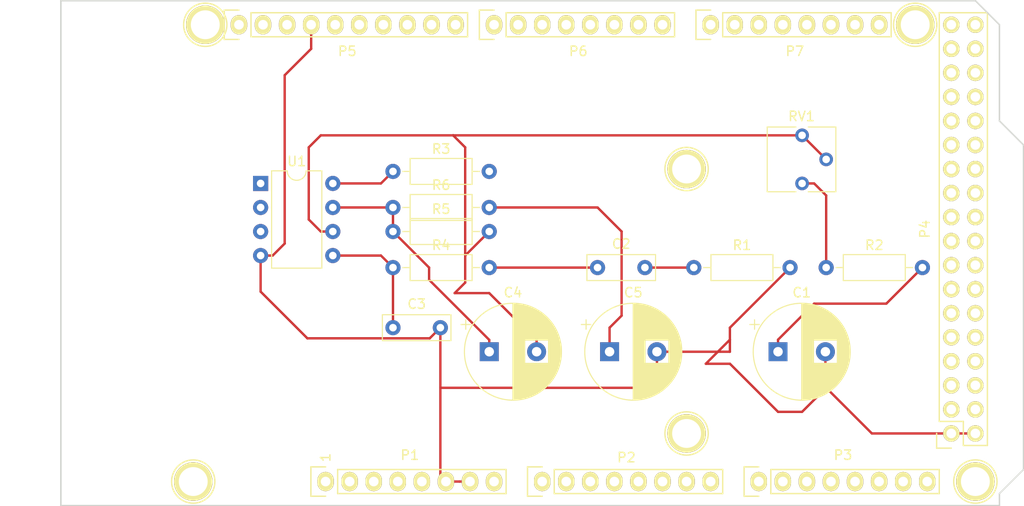
<source format=kicad_pcb>
(kicad_pcb (version 20171130) (host pcbnew "(5.1.4)-1")

  (general
    (thickness 1.6)
    (drawings 27)
    (tracks 71)
    (zones 0)
    (modules 26)
    (nets 96)
  )

  (page A4)
  (title_block
    (date "mar. 31 mars 2015")
  )

  (layers
    (0 F.Cu signal)
    (31 B.Cu signal)
    (32 B.Adhes user)
    (33 F.Adhes user)
    (34 B.Paste user)
    (35 F.Paste user)
    (36 B.SilkS user)
    (37 F.SilkS user)
    (38 B.Mask user)
    (39 F.Mask user)
    (40 Dwgs.User user)
    (41 Cmts.User user)
    (42 Eco1.User user)
    (43 Eco2.User user)
    (44 Edge.Cuts user)
    (45 Margin user)
    (46 B.CrtYd user)
    (47 F.CrtYd user)
    (48 B.Fab user)
    (49 F.Fab user)
  )

  (setup
    (last_trace_width 0.25)
    (trace_clearance 0.2)
    (zone_clearance 0.508)
    (zone_45_only no)
    (trace_min 0.2)
    (via_size 0.6)
    (via_drill 0.4)
    (via_min_size 0.4)
    (via_min_drill 0.3)
    (uvia_size 0.3)
    (uvia_drill 0.1)
    (uvias_allowed no)
    (uvia_min_size 0.2)
    (uvia_min_drill 0.1)
    (edge_width 0.15)
    (segment_width 0.15)
    (pcb_text_width 0.3)
    (pcb_text_size 1.5 1.5)
    (mod_edge_width 0.15)
    (mod_text_size 1 1)
    (mod_text_width 0.15)
    (pad_size 4.064 4.064)
    (pad_drill 3.048)
    (pad_to_mask_clearance 0)
    (aux_axis_origin 103.378 121.666)
    (visible_elements 7FFFFFFF)
    (pcbplotparams
      (layerselection 0x00030_80000001)
      (usegerberextensions false)
      (usegerberattributes false)
      (usegerberadvancedattributes false)
      (creategerberjobfile false)
      (excludeedgelayer true)
      (linewidth 0.100000)
      (plotframeref false)
      (viasonmask false)
      (mode 1)
      (useauxorigin false)
      (hpglpennumber 1)
      (hpglpenspeed 20)
      (hpglpendiameter 15.000000)
      (psnegative false)
      (psa4output false)
      (plotreference true)
      (plotvalue true)
      (plotinvisibletext false)
      (padsonsilk false)
      (subtractmaskfromsilk false)
      (outputformat 1)
      (mirror false)
      (drillshape 1)
      (scaleselection 1)
      (outputdirectory ""))
  )

  (net 0 "")
  (net 1 GND)
  (net 2 "/52(SCK)")
  (net 3 "/53(SS)")
  (net 4 "/50(MISO)")
  (net 5 "/51(MOSI)")
  (net 6 /48)
  (net 7 /49)
  (net 8 /46)
  (net 9 /47)
  (net 10 /44)
  (net 11 /45)
  (net 12 /42)
  (net 13 /43)
  (net 14 /40)
  (net 15 /41)
  (net 16 /38)
  (net 17 /39)
  (net 18 /36)
  (net 19 /37)
  (net 20 /34)
  (net 21 /35)
  (net 22 /32)
  (net 23 /33)
  (net 24 /30)
  (net 25 /31)
  (net 26 /28)
  (net 27 /29)
  (net 28 /26)
  (net 29 /27)
  (net 30 /24)
  (net 31 /25)
  (net 32 /22)
  (net 33 /23)
  (net 34 +5V)
  (net 35 /IOREF)
  (net 36 /Reset)
  (net 37 /Vin)
  (net 38 /A1)
  (net 39 /A2)
  (net 40 /A3)
  (net 41 /A4)
  (net 42 /A5)
  (net 43 /A6)
  (net 44 /A7)
  (net 45 /A8)
  (net 46 /A9)
  (net 47 /A10)
  (net 48 /A11)
  (net 49 /A12)
  (net 50 /A13)
  (net 51 /A14)
  (net 52 /A15)
  (net 53 /SCL)
  (net 54 /SDA)
  (net 55 /AREF)
  (net 56 "/13(**)")
  (net 57 "/12(**)")
  (net 58 "/11(**)")
  (net 59 "/10(**)")
  (net 60 "/9(**)")
  (net 61 "/8(**)")
  (net 62 "/7(**)")
  (net 63 "/6(**)")
  (net 64 "/5(**)")
  (net 65 "/4(**)")
  (net 66 "/3(**)")
  (net 67 "/2(**)")
  (net 68 "/20(SDA)")
  (net 69 "/21(SCL)")
  (net 70 "Net-(P8-Pad1)")
  (net 71 "Net-(P9-Pad1)")
  (net 72 "Net-(P10-Pad1)")
  (net 73 "Net-(P11-Pad1)")
  (net 74 "Net-(P12-Pad1)")
  (net 75 "Net-(P13-Pad1)")
  (net 76 "Net-(P2-Pad1)")
  (net 77 +3V3)
  (net 78 "/1(Tx0)")
  (net 79 "/0(Rx0)")
  (net 80 "/14(Tx3)")
  (net 81 "/15(Rx3)")
  (net 82 "/16(Tx2)")
  (net 83 "/17(Rx2)")
  (net 84 "/18(Tx1)")
  (net 85 "/19(Rx1)")
  (net 86 "Net-(C1-Pad1)")
  (net 87 "Net-(C2-Pad2)")
  (net 88 "Net-(C2-Pad1)")
  (net 89 "Net-(C3-Pad1)")
  (net 90 "Net-(C4-Pad2)")
  (net 91 "Net-(C4-Pad1)")
  (net 92 "Net-(C5-Pad1)")
  (net 93 "Net-(P1-Pad1)")
  (net 94 "Net-(R2-Pad1)")
  (net 95 VCC)

  (net_class Default "This is the default net class."
    (clearance 0.2)
    (trace_width 0.25)
    (via_dia 0.6)
    (via_drill 0.4)
    (uvia_dia 0.3)
    (uvia_drill 0.1)
    (add_net +3V3)
    (add_net +5V)
    (add_net "/0(Rx0)")
    (add_net "/1(Tx0)")
    (add_net "/10(**)")
    (add_net "/11(**)")
    (add_net "/12(**)")
    (add_net "/13(**)")
    (add_net "/14(Tx3)")
    (add_net "/15(Rx3)")
    (add_net "/16(Tx2)")
    (add_net "/17(Rx2)")
    (add_net "/18(Tx1)")
    (add_net "/19(Rx1)")
    (add_net "/2(**)")
    (add_net "/20(SDA)")
    (add_net "/21(SCL)")
    (add_net /22)
    (add_net /23)
    (add_net /24)
    (add_net /25)
    (add_net /26)
    (add_net /27)
    (add_net /28)
    (add_net /29)
    (add_net "/3(**)")
    (add_net /30)
    (add_net /31)
    (add_net /32)
    (add_net /33)
    (add_net /34)
    (add_net /35)
    (add_net /36)
    (add_net /37)
    (add_net /38)
    (add_net /39)
    (add_net "/4(**)")
    (add_net /40)
    (add_net /41)
    (add_net /42)
    (add_net /43)
    (add_net /44)
    (add_net /45)
    (add_net /46)
    (add_net /47)
    (add_net /48)
    (add_net /49)
    (add_net "/5(**)")
    (add_net "/50(MISO)")
    (add_net "/51(MOSI)")
    (add_net "/52(SCK)")
    (add_net "/53(SS)")
    (add_net "/6(**)")
    (add_net "/7(**)")
    (add_net "/8(**)")
    (add_net "/9(**)")
    (add_net /A1)
    (add_net /A10)
    (add_net /A11)
    (add_net /A12)
    (add_net /A13)
    (add_net /A14)
    (add_net /A15)
    (add_net /A2)
    (add_net /A3)
    (add_net /A4)
    (add_net /A5)
    (add_net /A6)
    (add_net /A7)
    (add_net /A8)
    (add_net /A9)
    (add_net /AREF)
    (add_net /IOREF)
    (add_net /Reset)
    (add_net /SCL)
    (add_net /SDA)
    (add_net /Vin)
    (add_net GND)
    (add_net "Net-(C1-Pad1)")
    (add_net "Net-(C2-Pad1)")
    (add_net "Net-(C2-Pad2)")
    (add_net "Net-(C3-Pad1)")
    (add_net "Net-(C4-Pad1)")
    (add_net "Net-(C4-Pad2)")
    (add_net "Net-(C5-Pad1)")
    (add_net "Net-(P1-Pad1)")
    (add_net "Net-(P10-Pad1)")
    (add_net "Net-(P11-Pad1)")
    (add_net "Net-(P12-Pad1)")
    (add_net "Net-(P13-Pad1)")
    (add_net "Net-(P2-Pad1)")
    (add_net "Net-(P8-Pad1)")
    (add_net "Net-(P9-Pad1)")
    (add_net "Net-(R2-Pad1)")
    (add_net VCC)
  )

  (module Resistor_THT:R_Axial_DIN0207_L6.3mm_D2.5mm_P10.16mm_Horizontal (layer F.Cu) (tedit 5AE5139B) (tstamp 5DACC31D)
    (at 170.18 96.52)
    (descr "Resistor, Axial_DIN0207 series, Axial, Horizontal, pin pitch=10.16mm, 0.25W = 1/4W, length*diameter=6.3*2.5mm^2, http://cdn-reichelt.de/documents/datenblatt/B400/1_4W%23YAG.pdf")
    (tags "Resistor Axial_DIN0207 series Axial Horizontal pin pitch 10.16mm 0.25W = 1/4W length 6.3mm diameter 2.5mm")
    (path /5DB27069)
    (fp_text reference R1 (at 5.08 -2.37) (layer F.SilkS)
      (effects (font (size 1 1) (thickness 0.15)))
    )
    (fp_text value 1M (at 5.08 2.37) (layer F.Fab)
      (effects (font (size 1 1) (thickness 0.15)))
    )
    (fp_text user %R (at 5.08 0) (layer F.Fab)
      (effects (font (size 1 1) (thickness 0.15)))
    )
    (fp_line (start 11.21 -1.5) (end -1.05 -1.5) (layer F.CrtYd) (width 0.05))
    (fp_line (start 11.21 1.5) (end 11.21 -1.5) (layer F.CrtYd) (width 0.05))
    (fp_line (start -1.05 1.5) (end 11.21 1.5) (layer F.CrtYd) (width 0.05))
    (fp_line (start -1.05 -1.5) (end -1.05 1.5) (layer F.CrtYd) (width 0.05))
    (fp_line (start 9.12 0) (end 8.35 0) (layer F.SilkS) (width 0.12))
    (fp_line (start 1.04 0) (end 1.81 0) (layer F.SilkS) (width 0.12))
    (fp_line (start 8.35 -1.37) (end 1.81 -1.37) (layer F.SilkS) (width 0.12))
    (fp_line (start 8.35 1.37) (end 8.35 -1.37) (layer F.SilkS) (width 0.12))
    (fp_line (start 1.81 1.37) (end 8.35 1.37) (layer F.SilkS) (width 0.12))
    (fp_line (start 1.81 -1.37) (end 1.81 1.37) (layer F.SilkS) (width 0.12))
    (fp_line (start 10.16 0) (end 8.23 0) (layer F.Fab) (width 0.1))
    (fp_line (start 0 0) (end 1.93 0) (layer F.Fab) (width 0.1))
    (fp_line (start 8.23 -1.25) (end 1.93 -1.25) (layer F.Fab) (width 0.1))
    (fp_line (start 8.23 1.25) (end 8.23 -1.25) (layer F.Fab) (width 0.1))
    (fp_line (start 1.93 1.25) (end 8.23 1.25) (layer F.Fab) (width 0.1))
    (fp_line (start 1.93 -1.25) (end 1.93 1.25) (layer F.Fab) (width 0.1))
    (pad 2 thru_hole oval (at 10.16 0) (size 1.6 1.6) (drill 0.8) (layers *.Cu *.Mask)
      (net 1 GND))
    (pad 1 thru_hole circle (at 0 0) (size 1.6 1.6) (drill 0.8) (layers *.Cu *.Mask)
      (net 87 "Net-(C2-Pad2)"))
    (model ${KISYS3DMOD}/Resistor_THT.3dshapes/R_Axial_DIN0207_L6.3mm_D2.5mm_P10.16mm_Horizontal.wrl
      (at (xyz 0 0 0))
      (scale (xyz 1 1 1))
      (rotate (xyz 0 0 0))
    )
  )

  (module Socket_Arduino_Mega:Socket_Strip_Arduino_2x18 locked (layer F.Cu) (tedit 55216789) (tstamp 551AFCE5)
    (at 197.358 114.046 90)
    (descr "Through hole socket strip")
    (tags "socket strip")
    (path /56D743B5)
    (fp_text reference P4 (at 21.59 -2.794 90) (layer F.SilkS)
      (effects (font (size 1 1) (thickness 0.15)))
    )
    (fp_text value Digital (at 21.59 -4.572 90) (layer F.Fab)
      (effects (font (size 1 1) (thickness 0.15)))
    )
    (fp_line (start -1.75 -1.75) (end -1.75 4.3) (layer F.CrtYd) (width 0.05))
    (fp_line (start 44.95 -1.75) (end 44.95 4.3) (layer F.CrtYd) (width 0.05))
    (fp_line (start -1.75 -1.75) (end 44.95 -1.75) (layer F.CrtYd) (width 0.05))
    (fp_line (start -1.75 4.3) (end 44.95 4.3) (layer F.CrtYd) (width 0.05))
    (fp_line (start -1.27 3.81) (end 44.45 3.81) (layer F.SilkS) (width 0.15))
    (fp_line (start 44.45 -1.27) (end 1.27 -1.27) (layer F.SilkS) (width 0.15))
    (fp_line (start 44.45 3.81) (end 44.45 -1.27) (layer F.SilkS) (width 0.15))
    (fp_line (start -1.27 3.81) (end -1.27 1.27) (layer F.SilkS) (width 0.15))
    (fp_line (start 0 -1.55) (end -1.55 -1.55) (layer F.SilkS) (width 0.15))
    (fp_line (start -1.27 1.27) (end 1.27 1.27) (layer F.SilkS) (width 0.15))
    (fp_line (start 1.27 1.27) (end 1.27 -1.27) (layer F.SilkS) (width 0.15))
    (fp_line (start -1.55 -1.55) (end -1.55 0) (layer F.SilkS) (width 0.15))
    (pad 1 thru_hole circle (at 0 0 90) (size 1.7272 1.7272) (drill 1.016) (layers *.Cu *.Mask F.SilkS)
      (net 1 GND))
    (pad 2 thru_hole oval (at 0 2.54 90) (size 1.7272 1.7272) (drill 1.016) (layers *.Cu *.Mask F.SilkS)
      (net 1 GND))
    (pad 3 thru_hole oval (at 2.54 0 90) (size 1.7272 1.7272) (drill 1.016) (layers *.Cu *.Mask F.SilkS)
      (net 2 "/52(SCK)"))
    (pad 4 thru_hole oval (at 2.54 2.54 90) (size 1.7272 1.7272) (drill 1.016) (layers *.Cu *.Mask F.SilkS)
      (net 3 "/53(SS)"))
    (pad 5 thru_hole oval (at 5.08 0 90) (size 1.7272 1.7272) (drill 1.016) (layers *.Cu *.Mask F.SilkS)
      (net 4 "/50(MISO)"))
    (pad 6 thru_hole oval (at 5.08 2.54 90) (size 1.7272 1.7272) (drill 1.016) (layers *.Cu *.Mask F.SilkS)
      (net 5 "/51(MOSI)"))
    (pad 7 thru_hole oval (at 7.62 0 90) (size 1.7272 1.7272) (drill 1.016) (layers *.Cu *.Mask F.SilkS)
      (net 6 /48))
    (pad 8 thru_hole oval (at 7.62 2.54 90) (size 1.7272 1.7272) (drill 1.016) (layers *.Cu *.Mask F.SilkS)
      (net 7 /49))
    (pad 9 thru_hole oval (at 10.16 0 90) (size 1.7272 1.7272) (drill 1.016) (layers *.Cu *.Mask F.SilkS)
      (net 8 /46))
    (pad 10 thru_hole oval (at 10.16 2.54 90) (size 1.7272 1.7272) (drill 1.016) (layers *.Cu *.Mask F.SilkS)
      (net 9 /47))
    (pad 11 thru_hole oval (at 12.7 0 90) (size 1.7272 1.7272) (drill 1.016) (layers *.Cu *.Mask F.SilkS)
      (net 10 /44))
    (pad 12 thru_hole oval (at 12.7 2.54 90) (size 1.7272 1.7272) (drill 1.016) (layers *.Cu *.Mask F.SilkS)
      (net 11 /45))
    (pad 13 thru_hole oval (at 15.24 0 90) (size 1.7272 1.7272) (drill 1.016) (layers *.Cu *.Mask F.SilkS)
      (net 12 /42))
    (pad 14 thru_hole oval (at 15.24 2.54 90) (size 1.7272 1.7272) (drill 1.016) (layers *.Cu *.Mask F.SilkS)
      (net 13 /43))
    (pad 15 thru_hole oval (at 17.78 0 90) (size 1.7272 1.7272) (drill 1.016) (layers *.Cu *.Mask F.SilkS)
      (net 14 /40))
    (pad 16 thru_hole oval (at 17.78 2.54 90) (size 1.7272 1.7272) (drill 1.016) (layers *.Cu *.Mask F.SilkS)
      (net 15 /41))
    (pad 17 thru_hole oval (at 20.32 0 90) (size 1.7272 1.7272) (drill 1.016) (layers *.Cu *.Mask F.SilkS)
      (net 16 /38))
    (pad 18 thru_hole oval (at 20.32 2.54 90) (size 1.7272 1.7272) (drill 1.016) (layers *.Cu *.Mask F.SilkS)
      (net 17 /39))
    (pad 19 thru_hole oval (at 22.86 0 90) (size 1.7272 1.7272) (drill 1.016) (layers *.Cu *.Mask F.SilkS)
      (net 18 /36))
    (pad 20 thru_hole oval (at 22.86 2.54 90) (size 1.7272 1.7272) (drill 1.016) (layers *.Cu *.Mask F.SilkS)
      (net 19 /37))
    (pad 21 thru_hole oval (at 25.4 0 90) (size 1.7272 1.7272) (drill 1.016) (layers *.Cu *.Mask F.SilkS)
      (net 20 /34))
    (pad 22 thru_hole oval (at 25.4 2.54 90) (size 1.7272 1.7272) (drill 1.016) (layers *.Cu *.Mask F.SilkS)
      (net 21 /35))
    (pad 23 thru_hole oval (at 27.94 0 90) (size 1.7272 1.7272) (drill 1.016) (layers *.Cu *.Mask F.SilkS)
      (net 22 /32))
    (pad 24 thru_hole oval (at 27.94 2.54 90) (size 1.7272 1.7272) (drill 1.016) (layers *.Cu *.Mask F.SilkS)
      (net 23 /33))
    (pad 25 thru_hole oval (at 30.48 0 90) (size 1.7272 1.7272) (drill 1.016) (layers *.Cu *.Mask F.SilkS)
      (net 24 /30))
    (pad 26 thru_hole oval (at 30.48 2.54 90) (size 1.7272 1.7272) (drill 1.016) (layers *.Cu *.Mask F.SilkS)
      (net 25 /31))
    (pad 27 thru_hole oval (at 33.02 0 90) (size 1.7272 1.7272) (drill 1.016) (layers *.Cu *.Mask F.SilkS)
      (net 26 /28))
    (pad 28 thru_hole oval (at 33.02 2.54 90) (size 1.7272 1.7272) (drill 1.016) (layers *.Cu *.Mask F.SilkS)
      (net 27 /29))
    (pad 29 thru_hole oval (at 35.56 0 90) (size 1.7272 1.7272) (drill 1.016) (layers *.Cu *.Mask F.SilkS)
      (net 28 /26))
    (pad 30 thru_hole oval (at 35.56 2.54 90) (size 1.7272 1.7272) (drill 1.016) (layers *.Cu *.Mask F.SilkS)
      (net 29 /27))
    (pad 31 thru_hole oval (at 38.1 0 90) (size 1.7272 1.7272) (drill 1.016) (layers *.Cu *.Mask F.SilkS)
      (net 30 /24))
    (pad 32 thru_hole oval (at 38.1 2.54 90) (size 1.7272 1.7272) (drill 1.016) (layers *.Cu *.Mask F.SilkS)
      (net 31 /25))
    (pad 33 thru_hole oval (at 40.64 0 90) (size 1.7272 1.7272) (drill 1.016) (layers *.Cu *.Mask F.SilkS)
      (net 32 /22))
    (pad 34 thru_hole oval (at 40.64 2.54 90) (size 1.7272 1.7272) (drill 1.016) (layers *.Cu *.Mask F.SilkS)
      (net 33 /23))
    (pad 35 thru_hole oval (at 43.18 0 90) (size 1.7272 1.7272) (drill 1.016) (layers *.Cu *.Mask F.SilkS)
      (net 34 +5V))
    (pad 36 thru_hole oval (at 43.18 2.54 90) (size 1.7272 1.7272) (drill 1.016) (layers *.Cu *.Mask F.SilkS)
      (net 34 +5V))
    (model ${KIPRJMOD}/Socket_Arduino_Mega.3dshapes/Socket_header_Arduino_2x18.wrl
      (offset (xyz 21.58999967575073 -1.269999980926514 0))
      (scale (xyz 1 1 1))
      (rotate (xyz 0 0 180))
    )
  )

  (module Socket_Arduino_Mega:Socket_Strip_Arduino_1x08 locked (layer F.Cu) (tedit 55216755) (tstamp 551AFCFC)
    (at 131.318 119.126)
    (descr "Through hole socket strip")
    (tags "socket strip")
    (path /56D71773)
    (fp_text reference P1 (at 8.89 -2.794) (layer F.SilkS)
      (effects (font (size 1 1) (thickness 0.15)))
    )
    (fp_text value Power (at 8.89 -4.318) (layer F.Fab)
      (effects (font (size 1 1) (thickness 0.15)))
    )
    (fp_line (start -1.75 -1.75) (end -1.75 1.75) (layer F.CrtYd) (width 0.05))
    (fp_line (start 19.55 -1.75) (end 19.55 1.75) (layer F.CrtYd) (width 0.05))
    (fp_line (start -1.75 -1.75) (end 19.55 -1.75) (layer F.CrtYd) (width 0.05))
    (fp_line (start -1.75 1.75) (end 19.55 1.75) (layer F.CrtYd) (width 0.05))
    (fp_line (start 1.27 1.27) (end 19.05 1.27) (layer F.SilkS) (width 0.15))
    (fp_line (start 19.05 1.27) (end 19.05 -1.27) (layer F.SilkS) (width 0.15))
    (fp_line (start 19.05 -1.27) (end 1.27 -1.27) (layer F.SilkS) (width 0.15))
    (fp_line (start -1.55 1.55) (end 0 1.55) (layer F.SilkS) (width 0.15))
    (fp_line (start 1.27 1.27) (end 1.27 -1.27) (layer F.SilkS) (width 0.15))
    (fp_line (start 0 -1.55) (end -1.55 -1.55) (layer F.SilkS) (width 0.15))
    (fp_line (start -1.55 -1.55) (end -1.55 1.55) (layer F.SilkS) (width 0.15))
    (pad 1 thru_hole oval (at 0 0) (size 1.7272 2.032) (drill 1.016) (layers *.Cu *.Mask F.SilkS)
      (net 93 "Net-(P1-Pad1)"))
    (pad 2 thru_hole oval (at 2.54 0) (size 1.7272 2.032) (drill 1.016) (layers *.Cu *.Mask F.SilkS)
      (net 35 /IOREF))
    (pad 3 thru_hole oval (at 5.08 0) (size 1.7272 2.032) (drill 1.016) (layers *.Cu *.Mask F.SilkS)
      (net 36 /Reset))
    (pad 4 thru_hole oval (at 7.62 0) (size 1.7272 2.032) (drill 1.016) (layers *.Cu *.Mask F.SilkS)
      (net 77 +3V3))
    (pad 5 thru_hole oval (at 10.16 0) (size 1.7272 2.032) (drill 1.016) (layers *.Cu *.Mask F.SilkS)
      (net 34 +5V))
    (pad 6 thru_hole oval (at 12.7 0) (size 1.7272 2.032) (drill 1.016) (layers *.Cu *.Mask F.SilkS)
      (net 1 GND))
    (pad 7 thru_hole oval (at 15.24 0) (size 1.7272 2.032) (drill 1.016) (layers *.Cu *.Mask F.SilkS)
      (net 1 GND))
    (pad 8 thru_hole oval (at 17.78 0) (size 1.7272 2.032) (drill 1.016) (layers *.Cu *.Mask F.SilkS)
      (net 37 /Vin))
    (model ${KIPRJMOD}/Socket_Arduino_Mega.3dshapes/Socket_header_Arduino_1x08.wrl
      (offset (xyz 8.889999866485596 0 0))
      (scale (xyz 1 1 1))
      (rotate (xyz 0 0 180))
    )
  )

  (module Socket_Arduino_Mega:Socket_Strip_Arduino_1x08 locked (layer F.Cu) (tedit 5521677D) (tstamp 551AFD13)
    (at 154.178 119.126)
    (descr "Through hole socket strip")
    (tags "socket strip")
    (path /56D72F1C)
    (fp_text reference P2 (at 8.89 -2.54) (layer F.SilkS)
      (effects (font (size 1 1) (thickness 0.15)))
    )
    (fp_text value Analog (at 8.89 -4.318) (layer F.Fab)
      (effects (font (size 1 1) (thickness 0.15)))
    )
    (fp_line (start -1.75 -1.75) (end -1.75 1.75) (layer F.CrtYd) (width 0.05))
    (fp_line (start 19.55 -1.75) (end 19.55 1.75) (layer F.CrtYd) (width 0.05))
    (fp_line (start -1.75 -1.75) (end 19.55 -1.75) (layer F.CrtYd) (width 0.05))
    (fp_line (start -1.75 1.75) (end 19.55 1.75) (layer F.CrtYd) (width 0.05))
    (fp_line (start 1.27 1.27) (end 19.05 1.27) (layer F.SilkS) (width 0.15))
    (fp_line (start 19.05 1.27) (end 19.05 -1.27) (layer F.SilkS) (width 0.15))
    (fp_line (start 19.05 -1.27) (end 1.27 -1.27) (layer F.SilkS) (width 0.15))
    (fp_line (start -1.55 1.55) (end 0 1.55) (layer F.SilkS) (width 0.15))
    (fp_line (start 1.27 1.27) (end 1.27 -1.27) (layer F.SilkS) (width 0.15))
    (fp_line (start 0 -1.55) (end -1.55 -1.55) (layer F.SilkS) (width 0.15))
    (fp_line (start -1.55 -1.55) (end -1.55 1.55) (layer F.SilkS) (width 0.15))
    (pad 1 thru_hole oval (at 0 0) (size 1.7272 2.032) (drill 1.016) (layers *.Cu *.Mask F.SilkS)
      (net 76 "Net-(P2-Pad1)"))
    (pad 2 thru_hole oval (at 2.54 0) (size 1.7272 2.032) (drill 1.016) (layers *.Cu *.Mask F.SilkS)
      (net 38 /A1))
    (pad 3 thru_hole oval (at 5.08 0) (size 1.7272 2.032) (drill 1.016) (layers *.Cu *.Mask F.SilkS)
      (net 39 /A2))
    (pad 4 thru_hole oval (at 7.62 0) (size 1.7272 2.032) (drill 1.016) (layers *.Cu *.Mask F.SilkS)
      (net 40 /A3))
    (pad 5 thru_hole oval (at 10.16 0) (size 1.7272 2.032) (drill 1.016) (layers *.Cu *.Mask F.SilkS)
      (net 41 /A4))
    (pad 6 thru_hole oval (at 12.7 0) (size 1.7272 2.032) (drill 1.016) (layers *.Cu *.Mask F.SilkS)
      (net 42 /A5))
    (pad 7 thru_hole oval (at 15.24 0) (size 1.7272 2.032) (drill 1.016) (layers *.Cu *.Mask F.SilkS)
      (net 43 /A6))
    (pad 8 thru_hole oval (at 17.78 0) (size 1.7272 2.032) (drill 1.016) (layers *.Cu *.Mask F.SilkS)
      (net 44 /A7))
    (model ${KIPRJMOD}/Socket_Arduino_Mega.3dshapes/Socket_header_Arduino_1x08.wrl
      (offset (xyz 8.889999866485596 0 0))
      (scale (xyz 1 1 1))
      (rotate (xyz 0 0 180))
    )
  )

  (module Socket_Arduino_Mega:Socket_Strip_Arduino_1x08 locked (layer F.Cu) (tedit 55216772) (tstamp 551AFD2A)
    (at 177.038 119.126)
    (descr "Through hole socket strip")
    (tags "socket strip")
    (path /56D73A0E)
    (fp_text reference P3 (at 8.89 -2.794) (layer F.SilkS)
      (effects (font (size 1 1) (thickness 0.15)))
    )
    (fp_text value Analog (at 8.89 -4.318) (layer F.Fab)
      (effects (font (size 1 1) (thickness 0.15)))
    )
    (fp_line (start -1.75 -1.75) (end -1.75 1.75) (layer F.CrtYd) (width 0.05))
    (fp_line (start 19.55 -1.75) (end 19.55 1.75) (layer F.CrtYd) (width 0.05))
    (fp_line (start -1.75 -1.75) (end 19.55 -1.75) (layer F.CrtYd) (width 0.05))
    (fp_line (start -1.75 1.75) (end 19.55 1.75) (layer F.CrtYd) (width 0.05))
    (fp_line (start 1.27 1.27) (end 19.05 1.27) (layer F.SilkS) (width 0.15))
    (fp_line (start 19.05 1.27) (end 19.05 -1.27) (layer F.SilkS) (width 0.15))
    (fp_line (start 19.05 -1.27) (end 1.27 -1.27) (layer F.SilkS) (width 0.15))
    (fp_line (start -1.55 1.55) (end 0 1.55) (layer F.SilkS) (width 0.15))
    (fp_line (start 1.27 1.27) (end 1.27 -1.27) (layer F.SilkS) (width 0.15))
    (fp_line (start 0 -1.55) (end -1.55 -1.55) (layer F.SilkS) (width 0.15))
    (fp_line (start -1.55 -1.55) (end -1.55 1.55) (layer F.SilkS) (width 0.15))
    (pad 1 thru_hole oval (at 0 0) (size 1.7272 2.032) (drill 1.016) (layers *.Cu *.Mask F.SilkS)
      (net 45 /A8))
    (pad 2 thru_hole oval (at 2.54 0) (size 1.7272 2.032) (drill 1.016) (layers *.Cu *.Mask F.SilkS)
      (net 46 /A9))
    (pad 3 thru_hole oval (at 5.08 0) (size 1.7272 2.032) (drill 1.016) (layers *.Cu *.Mask F.SilkS)
      (net 47 /A10))
    (pad 4 thru_hole oval (at 7.62 0) (size 1.7272 2.032) (drill 1.016) (layers *.Cu *.Mask F.SilkS)
      (net 48 /A11))
    (pad 5 thru_hole oval (at 10.16 0) (size 1.7272 2.032) (drill 1.016) (layers *.Cu *.Mask F.SilkS)
      (net 49 /A12))
    (pad 6 thru_hole oval (at 12.7 0) (size 1.7272 2.032) (drill 1.016) (layers *.Cu *.Mask F.SilkS)
      (net 50 /A13))
    (pad 7 thru_hole oval (at 15.24 0) (size 1.7272 2.032) (drill 1.016) (layers *.Cu *.Mask F.SilkS)
      (net 51 /A14))
    (pad 8 thru_hole oval (at 17.78 0) (size 1.7272 2.032) (drill 1.016) (layers *.Cu *.Mask F.SilkS)
      (net 52 /A15))
    (model ${KIPRJMOD}/Socket_Arduino_Mega.3dshapes/Socket_header_Arduino_1x08.wrl
      (offset (xyz 8.889999866485596 0 0))
      (scale (xyz 1 1 1))
      (rotate (xyz 0 0 180))
    )
  )

  (module Socket_Arduino_Mega:Socket_Strip_Arduino_1x10 locked (layer F.Cu) (tedit 551AFC9C) (tstamp 551AFD43)
    (at 122.174 70.866)
    (descr "Through hole socket strip")
    (tags "socket strip")
    (path /56D72368)
    (fp_text reference P5 (at 11.43 2.794) (layer F.SilkS)
      (effects (font (size 1 1) (thickness 0.15)))
    )
    (fp_text value PWM (at 11.43 4.318) (layer F.Fab)
      (effects (font (size 1 1) (thickness 0.15)))
    )
    (fp_line (start -1.75 -1.75) (end -1.75 1.75) (layer F.CrtYd) (width 0.05))
    (fp_line (start 24.65 -1.75) (end 24.65 1.75) (layer F.CrtYd) (width 0.05))
    (fp_line (start -1.75 -1.75) (end 24.65 -1.75) (layer F.CrtYd) (width 0.05))
    (fp_line (start -1.75 1.75) (end 24.65 1.75) (layer F.CrtYd) (width 0.05))
    (fp_line (start 1.27 1.27) (end 24.13 1.27) (layer F.SilkS) (width 0.15))
    (fp_line (start 24.13 1.27) (end 24.13 -1.27) (layer F.SilkS) (width 0.15))
    (fp_line (start 24.13 -1.27) (end 1.27 -1.27) (layer F.SilkS) (width 0.15))
    (fp_line (start -1.55 1.55) (end 0 1.55) (layer F.SilkS) (width 0.15))
    (fp_line (start 1.27 1.27) (end 1.27 -1.27) (layer F.SilkS) (width 0.15))
    (fp_line (start 0 -1.55) (end -1.55 -1.55) (layer F.SilkS) (width 0.15))
    (fp_line (start -1.55 -1.55) (end -1.55 1.55) (layer F.SilkS) (width 0.15))
    (pad 1 thru_hole oval (at 0 0) (size 1.7272 2.032) (drill 1.016) (layers *.Cu *.Mask F.SilkS)
      (net 53 /SCL))
    (pad 2 thru_hole oval (at 2.54 0) (size 1.7272 2.032) (drill 1.016) (layers *.Cu *.Mask F.SilkS)
      (net 54 /SDA))
    (pad 3 thru_hole oval (at 5.08 0) (size 1.7272 2.032) (drill 1.016) (layers *.Cu *.Mask F.SilkS)
      (net 55 /AREF))
    (pad 4 thru_hole oval (at 7.62 0) (size 1.7272 2.032) (drill 1.016) (layers *.Cu *.Mask F.SilkS)
      (net 1 GND))
    (pad 5 thru_hole oval (at 10.16 0) (size 1.7272 2.032) (drill 1.016) (layers *.Cu *.Mask F.SilkS)
      (net 56 "/13(**)"))
    (pad 6 thru_hole oval (at 12.7 0) (size 1.7272 2.032) (drill 1.016) (layers *.Cu *.Mask F.SilkS)
      (net 57 "/12(**)"))
    (pad 7 thru_hole oval (at 15.24 0) (size 1.7272 2.032) (drill 1.016) (layers *.Cu *.Mask F.SilkS)
      (net 58 "/11(**)"))
    (pad 8 thru_hole oval (at 17.78 0) (size 1.7272 2.032) (drill 1.016) (layers *.Cu *.Mask F.SilkS)
      (net 59 "/10(**)"))
    (pad 9 thru_hole oval (at 20.32 0) (size 1.7272 2.032) (drill 1.016) (layers *.Cu *.Mask F.SilkS)
      (net 60 "/9(**)"))
    (pad 10 thru_hole oval (at 22.86 0) (size 1.7272 2.032) (drill 1.016) (layers *.Cu *.Mask F.SilkS)
      (net 61 "/8(**)"))
    (model ${KIPRJMOD}/Socket_Arduino_Mega.3dshapes/Socket_header_Arduino_1x10.wrl
      (offset (xyz 11.42999982833862 0 0))
      (scale (xyz 1 1 1))
      (rotate (xyz 0 0 180))
    )
  )

  (module Socket_Arduino_Mega:Socket_Strip_Arduino_1x08 locked (layer F.Cu) (tedit 551AFC7F) (tstamp 551AFD5A)
    (at 149.098 70.866)
    (descr "Through hole socket strip")
    (tags "socket strip")
    (path /56D734D0)
    (fp_text reference P6 (at 8.89 2.794) (layer F.SilkS)
      (effects (font (size 1 1) (thickness 0.15)))
    )
    (fp_text value PWM (at 8.89 4.318) (layer F.Fab)
      (effects (font (size 1 1) (thickness 0.15)))
    )
    (fp_line (start -1.75 -1.75) (end -1.75 1.75) (layer F.CrtYd) (width 0.05))
    (fp_line (start 19.55 -1.75) (end 19.55 1.75) (layer F.CrtYd) (width 0.05))
    (fp_line (start -1.75 -1.75) (end 19.55 -1.75) (layer F.CrtYd) (width 0.05))
    (fp_line (start -1.75 1.75) (end 19.55 1.75) (layer F.CrtYd) (width 0.05))
    (fp_line (start 1.27 1.27) (end 19.05 1.27) (layer F.SilkS) (width 0.15))
    (fp_line (start 19.05 1.27) (end 19.05 -1.27) (layer F.SilkS) (width 0.15))
    (fp_line (start 19.05 -1.27) (end 1.27 -1.27) (layer F.SilkS) (width 0.15))
    (fp_line (start -1.55 1.55) (end 0 1.55) (layer F.SilkS) (width 0.15))
    (fp_line (start 1.27 1.27) (end 1.27 -1.27) (layer F.SilkS) (width 0.15))
    (fp_line (start 0 -1.55) (end -1.55 -1.55) (layer F.SilkS) (width 0.15))
    (fp_line (start -1.55 -1.55) (end -1.55 1.55) (layer F.SilkS) (width 0.15))
    (pad 1 thru_hole oval (at 0 0) (size 1.7272 2.032) (drill 1.016) (layers *.Cu *.Mask F.SilkS)
      (net 62 "/7(**)"))
    (pad 2 thru_hole oval (at 2.54 0) (size 1.7272 2.032) (drill 1.016) (layers *.Cu *.Mask F.SilkS)
      (net 63 "/6(**)"))
    (pad 3 thru_hole oval (at 5.08 0) (size 1.7272 2.032) (drill 1.016) (layers *.Cu *.Mask F.SilkS)
      (net 64 "/5(**)"))
    (pad 4 thru_hole oval (at 7.62 0) (size 1.7272 2.032) (drill 1.016) (layers *.Cu *.Mask F.SilkS)
      (net 65 "/4(**)"))
    (pad 5 thru_hole oval (at 10.16 0) (size 1.7272 2.032) (drill 1.016) (layers *.Cu *.Mask F.SilkS)
      (net 66 "/3(**)"))
    (pad 6 thru_hole oval (at 12.7 0) (size 1.7272 2.032) (drill 1.016) (layers *.Cu *.Mask F.SilkS)
      (net 67 "/2(**)"))
    (pad 7 thru_hole oval (at 15.24 0) (size 1.7272 2.032) (drill 1.016) (layers *.Cu *.Mask F.SilkS)
      (net 78 "/1(Tx0)"))
    (pad 8 thru_hole oval (at 17.78 0) (size 1.7272 2.032) (drill 1.016) (layers *.Cu *.Mask F.SilkS)
      (net 79 "/0(Rx0)"))
    (model ${KIPRJMOD}/Socket_Arduino_Mega.3dshapes/Socket_header_Arduino_1x08.wrl
      (offset (xyz 8.889999866485596 0 0))
      (scale (xyz 1 1 1))
      (rotate (xyz 0 0 180))
    )
  )

  (module Socket_Arduino_Mega:Socket_Strip_Arduino_1x08 locked (layer F.Cu) (tedit 551AFC73) (tstamp 551AFD71)
    (at 171.958 70.866)
    (descr "Through hole socket strip")
    (tags "socket strip")
    (path /56D73F2C)
    (fp_text reference P7 (at 8.89 2.794) (layer F.SilkS)
      (effects (font (size 1 1) (thickness 0.15)))
    )
    (fp_text value Communication (at 8.89 4.064) (layer F.Fab)
      (effects (font (size 1 1) (thickness 0.15)))
    )
    (fp_line (start -1.75 -1.75) (end -1.75 1.75) (layer F.CrtYd) (width 0.05))
    (fp_line (start 19.55 -1.75) (end 19.55 1.75) (layer F.CrtYd) (width 0.05))
    (fp_line (start -1.75 -1.75) (end 19.55 -1.75) (layer F.CrtYd) (width 0.05))
    (fp_line (start -1.75 1.75) (end 19.55 1.75) (layer F.CrtYd) (width 0.05))
    (fp_line (start 1.27 1.27) (end 19.05 1.27) (layer F.SilkS) (width 0.15))
    (fp_line (start 19.05 1.27) (end 19.05 -1.27) (layer F.SilkS) (width 0.15))
    (fp_line (start 19.05 -1.27) (end 1.27 -1.27) (layer F.SilkS) (width 0.15))
    (fp_line (start -1.55 1.55) (end 0 1.55) (layer F.SilkS) (width 0.15))
    (fp_line (start 1.27 1.27) (end 1.27 -1.27) (layer F.SilkS) (width 0.15))
    (fp_line (start 0 -1.55) (end -1.55 -1.55) (layer F.SilkS) (width 0.15))
    (fp_line (start -1.55 -1.55) (end -1.55 1.55) (layer F.SilkS) (width 0.15))
    (pad 1 thru_hole oval (at 0 0) (size 1.7272 2.032) (drill 1.016) (layers *.Cu *.Mask F.SilkS)
      (net 80 "/14(Tx3)"))
    (pad 2 thru_hole oval (at 2.54 0) (size 1.7272 2.032) (drill 1.016) (layers *.Cu *.Mask F.SilkS)
      (net 81 "/15(Rx3)"))
    (pad 3 thru_hole oval (at 5.08 0) (size 1.7272 2.032) (drill 1.016) (layers *.Cu *.Mask F.SilkS)
      (net 82 "/16(Tx2)"))
    (pad 4 thru_hole oval (at 7.62 0) (size 1.7272 2.032) (drill 1.016) (layers *.Cu *.Mask F.SilkS)
      (net 83 "/17(Rx2)"))
    (pad 5 thru_hole oval (at 10.16 0) (size 1.7272 2.032) (drill 1.016) (layers *.Cu *.Mask F.SilkS)
      (net 84 "/18(Tx1)"))
    (pad 6 thru_hole oval (at 12.7 0) (size 1.7272 2.032) (drill 1.016) (layers *.Cu *.Mask F.SilkS)
      (net 85 "/19(Rx1)"))
    (pad 7 thru_hole oval (at 15.24 0) (size 1.7272 2.032) (drill 1.016) (layers *.Cu *.Mask F.SilkS)
      (net 68 "/20(SDA)"))
    (pad 8 thru_hole oval (at 17.78 0) (size 1.7272 2.032) (drill 1.016) (layers *.Cu *.Mask F.SilkS)
      (net 69 "/21(SCL)"))
    (model ${KIPRJMOD}/Socket_Arduino_Mega.3dshapes/Socket_header_Arduino_1x08.wrl
      (offset (xyz 8.889999866485596 0 0))
      (scale (xyz 1 1 1))
      (rotate (xyz 0 0 180))
    )
  )

  (module Socket_Arduino_Mega:Arduino_1pin locked (layer F.Cu) (tedit 5524FDA7) (tstamp 5524FE07)
    (at 117.348 119.126)
    (descr "module 1 pin (ou trou mecanique de percage)")
    (tags DEV)
    (path /56D70B71)
    (fp_text reference P8 (at 0 -3.048) (layer F.SilkS) hide
      (effects (font (size 1 1) (thickness 0.15)))
    )
    (fp_text value CONN_01X01 (at 0 2.794) (layer F.Fab) hide
      (effects (font (size 1 1) (thickness 0.15)))
    )
    (fp_circle (center 0 0) (end 0 -2.286) (layer F.SilkS) (width 0.15))
    (pad 1 thru_hole circle (at 0 0) (size 4.064 4.064) (drill 3.048) (layers *.Cu *.Mask F.SilkS)
      (net 70 "Net-(P8-Pad1)"))
  )

  (module Socket_Arduino_Mega:Arduino_1pin locked (layer F.Cu) (tedit 5524FDB2) (tstamp 5524FE0C)
    (at 169.418 114.046)
    (descr "module 1 pin (ou trou mecanique de percage)")
    (tags DEV)
    (path /56D70C9B)
    (fp_text reference P9 (at 0 -3.048) (layer F.SilkS) hide
      (effects (font (size 1 1) (thickness 0.15)))
    )
    (fp_text value CONN_01X01 (at 0 2.794) (layer F.Fab) hide
      (effects (font (size 1 1) (thickness 0.15)))
    )
    (fp_circle (center 0 0) (end 0 -2.286) (layer F.SilkS) (width 0.15))
    (pad 1 thru_hole circle (at 0 0) (size 4.064 4.064) (drill 3.048) (layers *.Cu *.Mask F.SilkS)
      (net 71 "Net-(P9-Pad1)"))
  )

  (module Socket_Arduino_Mega:Arduino_1pin locked (layer F.Cu) (tedit 5524FDBB) (tstamp 5524FE11)
    (at 199.898 119.126)
    (descr "module 1 pin (ou trou mecanique de percage)")
    (tags DEV)
    (path /56D70CE6)
    (fp_text reference P10 (at 0 -3.048) (layer F.SilkS) hide
      (effects (font (size 1 1) (thickness 0.15)))
    )
    (fp_text value CONN_01X01 (at 0 2.794) (layer F.Fab) hide
      (effects (font (size 1 1) (thickness 0.15)))
    )
    (fp_circle (center 0 0) (end 0 -2.286) (layer F.SilkS) (width 0.15))
    (pad 1 thru_hole circle (at 0 0) (size 4.064 4.064) (drill 3.048) (layers *.Cu *.Mask F.SilkS)
      (net 72 "Net-(P10-Pad1)"))
  )

  (module Socket_Arduino_Mega:Arduino_1pin locked (layer F.Cu) (tedit 5524FDD2) (tstamp 5524FE16)
    (at 118.618 70.866)
    (descr "module 1 pin (ou trou mecanique de percage)")
    (tags DEV)
    (path /56D70D2C)
    (fp_text reference P11 (at 0 -3.048) (layer F.SilkS) hide
      (effects (font (size 1 1) (thickness 0.15)))
    )
    (fp_text value CONN_01X01 (at 0 2.794) (layer F.Fab) hide
      (effects (font (size 1 1) (thickness 0.15)))
    )
    (fp_circle (center 0 0) (end 0 -2.286) (layer F.SilkS) (width 0.15))
    (pad 1 thru_hole circle (at 0 0) (size 4.064 4.064) (drill 3.048) (layers *.Cu *.Mask F.SilkS)
      (net 73 "Net-(P11-Pad1)"))
  )

  (module Socket_Arduino_Mega:Arduino_1pin locked (layer F.Cu) (tedit 5524FDCA) (tstamp 5524FE1B)
    (at 169.418 86.106)
    (descr "module 1 pin (ou trou mecanique de percage)")
    (tags DEV)
    (path /56D711A2)
    (fp_text reference P12 (at 0 -3.048) (layer F.SilkS) hide
      (effects (font (size 1 1) (thickness 0.15)))
    )
    (fp_text value CONN_01X01 (at 0 2.794) (layer F.Fab) hide
      (effects (font (size 1 1) (thickness 0.15)))
    )
    (fp_circle (center 0 0) (end 0 -2.286) (layer F.SilkS) (width 0.15))
    (pad 1 thru_hole circle (at 0 0) (size 4.064 4.064) (drill 3.048) (layers *.Cu *.Mask F.SilkS)
      (net 74 "Net-(P12-Pad1)"))
  )

  (module Socket_Arduino_Mega:Arduino_1pin locked (layer F.Cu) (tedit 5524FDC4) (tstamp 5524FE20)
    (at 193.548 70.866)
    (descr "module 1 pin (ou trou mecanique de percage)")
    (tags DEV)
    (path /56D711F0)
    (fp_text reference P13 (at 0 -3.048) (layer F.SilkS) hide
      (effects (font (size 1 1) (thickness 0.15)))
    )
    (fp_text value CONN_01X01 (at 0 2.794) (layer F.Fab) hide
      (effects (font (size 1 1) (thickness 0.15)))
    )
    (fp_circle (center 0 0) (end 0 -2.286) (layer F.SilkS) (width 0.15))
    (pad 1 thru_hole circle (at 0 0) (size 4.064 4.064) (drill 3.048) (layers *.Cu *.Mask F.SilkS)
      (net 75 "Net-(P13-Pad1)"))
  )

  (module Capacitor_THT:CP_Radial_D10.0mm_P5.00mm (layer F.Cu) (tedit 5AE50EF1) (tstamp 5DAC9C9F)
    (at 179.07 105.41)
    (descr "CP, Radial series, Radial, pin pitch=5.00mm, , diameter=10mm, Electrolytic Capacitor")
    (tags "CP Radial series Radial pin pitch 5.00mm  diameter 10mm Electrolytic Capacitor")
    (path /5DB33178)
    (fp_text reference C1 (at 2.5 -6.25) (layer F.SilkS)
      (effects (font (size 1 1) (thickness 0.15)))
    )
    (fp_text value 4.7u (at 2.5 6.25) (layer F.Fab)
      (effects (font (size 1 1) (thickness 0.15)))
    )
    (fp_circle (center 2.5 0) (end 7.5 0) (layer F.Fab) (width 0.1))
    (fp_circle (center 2.5 0) (end 7.62 0) (layer F.SilkS) (width 0.12))
    (fp_circle (center 2.5 0) (end 7.75 0) (layer F.CrtYd) (width 0.05))
    (fp_line (start -1.788861 -2.1875) (end -0.788861 -2.1875) (layer F.Fab) (width 0.1))
    (fp_line (start -1.288861 -2.6875) (end -1.288861 -1.6875) (layer F.Fab) (width 0.1))
    (fp_line (start 2.5 -5.08) (end 2.5 5.08) (layer F.SilkS) (width 0.12))
    (fp_line (start 2.54 -5.08) (end 2.54 5.08) (layer F.SilkS) (width 0.12))
    (fp_line (start 2.58 -5.08) (end 2.58 5.08) (layer F.SilkS) (width 0.12))
    (fp_line (start 2.62 -5.079) (end 2.62 5.079) (layer F.SilkS) (width 0.12))
    (fp_line (start 2.66 -5.078) (end 2.66 5.078) (layer F.SilkS) (width 0.12))
    (fp_line (start 2.7 -5.077) (end 2.7 5.077) (layer F.SilkS) (width 0.12))
    (fp_line (start 2.74 -5.075) (end 2.74 5.075) (layer F.SilkS) (width 0.12))
    (fp_line (start 2.78 -5.073) (end 2.78 5.073) (layer F.SilkS) (width 0.12))
    (fp_line (start 2.82 -5.07) (end 2.82 5.07) (layer F.SilkS) (width 0.12))
    (fp_line (start 2.86 -5.068) (end 2.86 5.068) (layer F.SilkS) (width 0.12))
    (fp_line (start 2.9 -5.065) (end 2.9 5.065) (layer F.SilkS) (width 0.12))
    (fp_line (start 2.94 -5.062) (end 2.94 5.062) (layer F.SilkS) (width 0.12))
    (fp_line (start 2.98 -5.058) (end 2.98 5.058) (layer F.SilkS) (width 0.12))
    (fp_line (start 3.02 -5.054) (end 3.02 5.054) (layer F.SilkS) (width 0.12))
    (fp_line (start 3.06 -5.05) (end 3.06 5.05) (layer F.SilkS) (width 0.12))
    (fp_line (start 3.1 -5.045) (end 3.1 5.045) (layer F.SilkS) (width 0.12))
    (fp_line (start 3.14 -5.04) (end 3.14 5.04) (layer F.SilkS) (width 0.12))
    (fp_line (start 3.18 -5.035) (end 3.18 5.035) (layer F.SilkS) (width 0.12))
    (fp_line (start 3.221 -5.03) (end 3.221 5.03) (layer F.SilkS) (width 0.12))
    (fp_line (start 3.261 -5.024) (end 3.261 5.024) (layer F.SilkS) (width 0.12))
    (fp_line (start 3.301 -5.018) (end 3.301 5.018) (layer F.SilkS) (width 0.12))
    (fp_line (start 3.341 -5.011) (end 3.341 5.011) (layer F.SilkS) (width 0.12))
    (fp_line (start 3.381 -5.004) (end 3.381 5.004) (layer F.SilkS) (width 0.12))
    (fp_line (start 3.421 -4.997) (end 3.421 4.997) (layer F.SilkS) (width 0.12))
    (fp_line (start 3.461 -4.99) (end 3.461 4.99) (layer F.SilkS) (width 0.12))
    (fp_line (start 3.501 -4.982) (end 3.501 4.982) (layer F.SilkS) (width 0.12))
    (fp_line (start 3.541 -4.974) (end 3.541 4.974) (layer F.SilkS) (width 0.12))
    (fp_line (start 3.581 -4.965) (end 3.581 4.965) (layer F.SilkS) (width 0.12))
    (fp_line (start 3.621 -4.956) (end 3.621 4.956) (layer F.SilkS) (width 0.12))
    (fp_line (start 3.661 -4.947) (end 3.661 4.947) (layer F.SilkS) (width 0.12))
    (fp_line (start 3.701 -4.938) (end 3.701 4.938) (layer F.SilkS) (width 0.12))
    (fp_line (start 3.741 -4.928) (end 3.741 4.928) (layer F.SilkS) (width 0.12))
    (fp_line (start 3.781 -4.918) (end 3.781 -1.241) (layer F.SilkS) (width 0.12))
    (fp_line (start 3.781 1.241) (end 3.781 4.918) (layer F.SilkS) (width 0.12))
    (fp_line (start 3.821 -4.907) (end 3.821 -1.241) (layer F.SilkS) (width 0.12))
    (fp_line (start 3.821 1.241) (end 3.821 4.907) (layer F.SilkS) (width 0.12))
    (fp_line (start 3.861 -4.897) (end 3.861 -1.241) (layer F.SilkS) (width 0.12))
    (fp_line (start 3.861 1.241) (end 3.861 4.897) (layer F.SilkS) (width 0.12))
    (fp_line (start 3.901 -4.885) (end 3.901 -1.241) (layer F.SilkS) (width 0.12))
    (fp_line (start 3.901 1.241) (end 3.901 4.885) (layer F.SilkS) (width 0.12))
    (fp_line (start 3.941 -4.874) (end 3.941 -1.241) (layer F.SilkS) (width 0.12))
    (fp_line (start 3.941 1.241) (end 3.941 4.874) (layer F.SilkS) (width 0.12))
    (fp_line (start 3.981 -4.862) (end 3.981 -1.241) (layer F.SilkS) (width 0.12))
    (fp_line (start 3.981 1.241) (end 3.981 4.862) (layer F.SilkS) (width 0.12))
    (fp_line (start 4.021 -4.85) (end 4.021 -1.241) (layer F.SilkS) (width 0.12))
    (fp_line (start 4.021 1.241) (end 4.021 4.85) (layer F.SilkS) (width 0.12))
    (fp_line (start 4.061 -4.837) (end 4.061 -1.241) (layer F.SilkS) (width 0.12))
    (fp_line (start 4.061 1.241) (end 4.061 4.837) (layer F.SilkS) (width 0.12))
    (fp_line (start 4.101 -4.824) (end 4.101 -1.241) (layer F.SilkS) (width 0.12))
    (fp_line (start 4.101 1.241) (end 4.101 4.824) (layer F.SilkS) (width 0.12))
    (fp_line (start 4.141 -4.811) (end 4.141 -1.241) (layer F.SilkS) (width 0.12))
    (fp_line (start 4.141 1.241) (end 4.141 4.811) (layer F.SilkS) (width 0.12))
    (fp_line (start 4.181 -4.797) (end 4.181 -1.241) (layer F.SilkS) (width 0.12))
    (fp_line (start 4.181 1.241) (end 4.181 4.797) (layer F.SilkS) (width 0.12))
    (fp_line (start 4.221 -4.783) (end 4.221 -1.241) (layer F.SilkS) (width 0.12))
    (fp_line (start 4.221 1.241) (end 4.221 4.783) (layer F.SilkS) (width 0.12))
    (fp_line (start 4.261 -4.768) (end 4.261 -1.241) (layer F.SilkS) (width 0.12))
    (fp_line (start 4.261 1.241) (end 4.261 4.768) (layer F.SilkS) (width 0.12))
    (fp_line (start 4.301 -4.754) (end 4.301 -1.241) (layer F.SilkS) (width 0.12))
    (fp_line (start 4.301 1.241) (end 4.301 4.754) (layer F.SilkS) (width 0.12))
    (fp_line (start 4.341 -4.738) (end 4.341 -1.241) (layer F.SilkS) (width 0.12))
    (fp_line (start 4.341 1.241) (end 4.341 4.738) (layer F.SilkS) (width 0.12))
    (fp_line (start 4.381 -4.723) (end 4.381 -1.241) (layer F.SilkS) (width 0.12))
    (fp_line (start 4.381 1.241) (end 4.381 4.723) (layer F.SilkS) (width 0.12))
    (fp_line (start 4.421 -4.707) (end 4.421 -1.241) (layer F.SilkS) (width 0.12))
    (fp_line (start 4.421 1.241) (end 4.421 4.707) (layer F.SilkS) (width 0.12))
    (fp_line (start 4.461 -4.69) (end 4.461 -1.241) (layer F.SilkS) (width 0.12))
    (fp_line (start 4.461 1.241) (end 4.461 4.69) (layer F.SilkS) (width 0.12))
    (fp_line (start 4.501 -4.674) (end 4.501 -1.241) (layer F.SilkS) (width 0.12))
    (fp_line (start 4.501 1.241) (end 4.501 4.674) (layer F.SilkS) (width 0.12))
    (fp_line (start 4.541 -4.657) (end 4.541 -1.241) (layer F.SilkS) (width 0.12))
    (fp_line (start 4.541 1.241) (end 4.541 4.657) (layer F.SilkS) (width 0.12))
    (fp_line (start 4.581 -4.639) (end 4.581 -1.241) (layer F.SilkS) (width 0.12))
    (fp_line (start 4.581 1.241) (end 4.581 4.639) (layer F.SilkS) (width 0.12))
    (fp_line (start 4.621 -4.621) (end 4.621 -1.241) (layer F.SilkS) (width 0.12))
    (fp_line (start 4.621 1.241) (end 4.621 4.621) (layer F.SilkS) (width 0.12))
    (fp_line (start 4.661 -4.603) (end 4.661 -1.241) (layer F.SilkS) (width 0.12))
    (fp_line (start 4.661 1.241) (end 4.661 4.603) (layer F.SilkS) (width 0.12))
    (fp_line (start 4.701 -4.584) (end 4.701 -1.241) (layer F.SilkS) (width 0.12))
    (fp_line (start 4.701 1.241) (end 4.701 4.584) (layer F.SilkS) (width 0.12))
    (fp_line (start 4.741 -4.564) (end 4.741 -1.241) (layer F.SilkS) (width 0.12))
    (fp_line (start 4.741 1.241) (end 4.741 4.564) (layer F.SilkS) (width 0.12))
    (fp_line (start 4.781 -4.545) (end 4.781 -1.241) (layer F.SilkS) (width 0.12))
    (fp_line (start 4.781 1.241) (end 4.781 4.545) (layer F.SilkS) (width 0.12))
    (fp_line (start 4.821 -4.525) (end 4.821 -1.241) (layer F.SilkS) (width 0.12))
    (fp_line (start 4.821 1.241) (end 4.821 4.525) (layer F.SilkS) (width 0.12))
    (fp_line (start 4.861 -4.504) (end 4.861 -1.241) (layer F.SilkS) (width 0.12))
    (fp_line (start 4.861 1.241) (end 4.861 4.504) (layer F.SilkS) (width 0.12))
    (fp_line (start 4.901 -4.483) (end 4.901 -1.241) (layer F.SilkS) (width 0.12))
    (fp_line (start 4.901 1.241) (end 4.901 4.483) (layer F.SilkS) (width 0.12))
    (fp_line (start 4.941 -4.462) (end 4.941 -1.241) (layer F.SilkS) (width 0.12))
    (fp_line (start 4.941 1.241) (end 4.941 4.462) (layer F.SilkS) (width 0.12))
    (fp_line (start 4.981 -4.44) (end 4.981 -1.241) (layer F.SilkS) (width 0.12))
    (fp_line (start 4.981 1.241) (end 4.981 4.44) (layer F.SilkS) (width 0.12))
    (fp_line (start 5.021 -4.417) (end 5.021 -1.241) (layer F.SilkS) (width 0.12))
    (fp_line (start 5.021 1.241) (end 5.021 4.417) (layer F.SilkS) (width 0.12))
    (fp_line (start 5.061 -4.395) (end 5.061 -1.241) (layer F.SilkS) (width 0.12))
    (fp_line (start 5.061 1.241) (end 5.061 4.395) (layer F.SilkS) (width 0.12))
    (fp_line (start 5.101 -4.371) (end 5.101 -1.241) (layer F.SilkS) (width 0.12))
    (fp_line (start 5.101 1.241) (end 5.101 4.371) (layer F.SilkS) (width 0.12))
    (fp_line (start 5.141 -4.347) (end 5.141 -1.241) (layer F.SilkS) (width 0.12))
    (fp_line (start 5.141 1.241) (end 5.141 4.347) (layer F.SilkS) (width 0.12))
    (fp_line (start 5.181 -4.323) (end 5.181 -1.241) (layer F.SilkS) (width 0.12))
    (fp_line (start 5.181 1.241) (end 5.181 4.323) (layer F.SilkS) (width 0.12))
    (fp_line (start 5.221 -4.298) (end 5.221 -1.241) (layer F.SilkS) (width 0.12))
    (fp_line (start 5.221 1.241) (end 5.221 4.298) (layer F.SilkS) (width 0.12))
    (fp_line (start 5.261 -4.273) (end 5.261 -1.241) (layer F.SilkS) (width 0.12))
    (fp_line (start 5.261 1.241) (end 5.261 4.273) (layer F.SilkS) (width 0.12))
    (fp_line (start 5.301 -4.247) (end 5.301 -1.241) (layer F.SilkS) (width 0.12))
    (fp_line (start 5.301 1.241) (end 5.301 4.247) (layer F.SilkS) (width 0.12))
    (fp_line (start 5.341 -4.221) (end 5.341 -1.241) (layer F.SilkS) (width 0.12))
    (fp_line (start 5.341 1.241) (end 5.341 4.221) (layer F.SilkS) (width 0.12))
    (fp_line (start 5.381 -4.194) (end 5.381 -1.241) (layer F.SilkS) (width 0.12))
    (fp_line (start 5.381 1.241) (end 5.381 4.194) (layer F.SilkS) (width 0.12))
    (fp_line (start 5.421 -4.166) (end 5.421 -1.241) (layer F.SilkS) (width 0.12))
    (fp_line (start 5.421 1.241) (end 5.421 4.166) (layer F.SilkS) (width 0.12))
    (fp_line (start 5.461 -4.138) (end 5.461 -1.241) (layer F.SilkS) (width 0.12))
    (fp_line (start 5.461 1.241) (end 5.461 4.138) (layer F.SilkS) (width 0.12))
    (fp_line (start 5.501 -4.11) (end 5.501 -1.241) (layer F.SilkS) (width 0.12))
    (fp_line (start 5.501 1.241) (end 5.501 4.11) (layer F.SilkS) (width 0.12))
    (fp_line (start 5.541 -4.08) (end 5.541 -1.241) (layer F.SilkS) (width 0.12))
    (fp_line (start 5.541 1.241) (end 5.541 4.08) (layer F.SilkS) (width 0.12))
    (fp_line (start 5.581 -4.05) (end 5.581 -1.241) (layer F.SilkS) (width 0.12))
    (fp_line (start 5.581 1.241) (end 5.581 4.05) (layer F.SilkS) (width 0.12))
    (fp_line (start 5.621 -4.02) (end 5.621 -1.241) (layer F.SilkS) (width 0.12))
    (fp_line (start 5.621 1.241) (end 5.621 4.02) (layer F.SilkS) (width 0.12))
    (fp_line (start 5.661 -3.989) (end 5.661 -1.241) (layer F.SilkS) (width 0.12))
    (fp_line (start 5.661 1.241) (end 5.661 3.989) (layer F.SilkS) (width 0.12))
    (fp_line (start 5.701 -3.957) (end 5.701 -1.241) (layer F.SilkS) (width 0.12))
    (fp_line (start 5.701 1.241) (end 5.701 3.957) (layer F.SilkS) (width 0.12))
    (fp_line (start 5.741 -3.925) (end 5.741 -1.241) (layer F.SilkS) (width 0.12))
    (fp_line (start 5.741 1.241) (end 5.741 3.925) (layer F.SilkS) (width 0.12))
    (fp_line (start 5.781 -3.892) (end 5.781 -1.241) (layer F.SilkS) (width 0.12))
    (fp_line (start 5.781 1.241) (end 5.781 3.892) (layer F.SilkS) (width 0.12))
    (fp_line (start 5.821 -3.858) (end 5.821 -1.241) (layer F.SilkS) (width 0.12))
    (fp_line (start 5.821 1.241) (end 5.821 3.858) (layer F.SilkS) (width 0.12))
    (fp_line (start 5.861 -3.824) (end 5.861 -1.241) (layer F.SilkS) (width 0.12))
    (fp_line (start 5.861 1.241) (end 5.861 3.824) (layer F.SilkS) (width 0.12))
    (fp_line (start 5.901 -3.789) (end 5.901 -1.241) (layer F.SilkS) (width 0.12))
    (fp_line (start 5.901 1.241) (end 5.901 3.789) (layer F.SilkS) (width 0.12))
    (fp_line (start 5.941 -3.753) (end 5.941 -1.241) (layer F.SilkS) (width 0.12))
    (fp_line (start 5.941 1.241) (end 5.941 3.753) (layer F.SilkS) (width 0.12))
    (fp_line (start 5.981 -3.716) (end 5.981 -1.241) (layer F.SilkS) (width 0.12))
    (fp_line (start 5.981 1.241) (end 5.981 3.716) (layer F.SilkS) (width 0.12))
    (fp_line (start 6.021 -3.679) (end 6.021 -1.241) (layer F.SilkS) (width 0.12))
    (fp_line (start 6.021 1.241) (end 6.021 3.679) (layer F.SilkS) (width 0.12))
    (fp_line (start 6.061 -3.64) (end 6.061 -1.241) (layer F.SilkS) (width 0.12))
    (fp_line (start 6.061 1.241) (end 6.061 3.64) (layer F.SilkS) (width 0.12))
    (fp_line (start 6.101 -3.601) (end 6.101 -1.241) (layer F.SilkS) (width 0.12))
    (fp_line (start 6.101 1.241) (end 6.101 3.601) (layer F.SilkS) (width 0.12))
    (fp_line (start 6.141 -3.561) (end 6.141 -1.241) (layer F.SilkS) (width 0.12))
    (fp_line (start 6.141 1.241) (end 6.141 3.561) (layer F.SilkS) (width 0.12))
    (fp_line (start 6.181 -3.52) (end 6.181 -1.241) (layer F.SilkS) (width 0.12))
    (fp_line (start 6.181 1.241) (end 6.181 3.52) (layer F.SilkS) (width 0.12))
    (fp_line (start 6.221 -3.478) (end 6.221 -1.241) (layer F.SilkS) (width 0.12))
    (fp_line (start 6.221 1.241) (end 6.221 3.478) (layer F.SilkS) (width 0.12))
    (fp_line (start 6.261 -3.436) (end 6.261 3.436) (layer F.SilkS) (width 0.12))
    (fp_line (start 6.301 -3.392) (end 6.301 3.392) (layer F.SilkS) (width 0.12))
    (fp_line (start 6.341 -3.347) (end 6.341 3.347) (layer F.SilkS) (width 0.12))
    (fp_line (start 6.381 -3.301) (end 6.381 3.301) (layer F.SilkS) (width 0.12))
    (fp_line (start 6.421 -3.254) (end 6.421 3.254) (layer F.SilkS) (width 0.12))
    (fp_line (start 6.461 -3.206) (end 6.461 3.206) (layer F.SilkS) (width 0.12))
    (fp_line (start 6.501 -3.156) (end 6.501 3.156) (layer F.SilkS) (width 0.12))
    (fp_line (start 6.541 -3.106) (end 6.541 3.106) (layer F.SilkS) (width 0.12))
    (fp_line (start 6.581 -3.054) (end 6.581 3.054) (layer F.SilkS) (width 0.12))
    (fp_line (start 6.621 -3) (end 6.621 3) (layer F.SilkS) (width 0.12))
    (fp_line (start 6.661 -2.945) (end 6.661 2.945) (layer F.SilkS) (width 0.12))
    (fp_line (start 6.701 -2.889) (end 6.701 2.889) (layer F.SilkS) (width 0.12))
    (fp_line (start 6.741 -2.83) (end 6.741 2.83) (layer F.SilkS) (width 0.12))
    (fp_line (start 6.781 -2.77) (end 6.781 2.77) (layer F.SilkS) (width 0.12))
    (fp_line (start 6.821 -2.709) (end 6.821 2.709) (layer F.SilkS) (width 0.12))
    (fp_line (start 6.861 -2.645) (end 6.861 2.645) (layer F.SilkS) (width 0.12))
    (fp_line (start 6.901 -2.579) (end 6.901 2.579) (layer F.SilkS) (width 0.12))
    (fp_line (start 6.941 -2.51) (end 6.941 2.51) (layer F.SilkS) (width 0.12))
    (fp_line (start 6.981 -2.439) (end 6.981 2.439) (layer F.SilkS) (width 0.12))
    (fp_line (start 7.021 -2.365) (end 7.021 2.365) (layer F.SilkS) (width 0.12))
    (fp_line (start 7.061 -2.289) (end 7.061 2.289) (layer F.SilkS) (width 0.12))
    (fp_line (start 7.101 -2.209) (end 7.101 2.209) (layer F.SilkS) (width 0.12))
    (fp_line (start 7.141 -2.125) (end 7.141 2.125) (layer F.SilkS) (width 0.12))
    (fp_line (start 7.181 -2.037) (end 7.181 2.037) (layer F.SilkS) (width 0.12))
    (fp_line (start 7.221 -1.944) (end 7.221 1.944) (layer F.SilkS) (width 0.12))
    (fp_line (start 7.261 -1.846) (end 7.261 1.846) (layer F.SilkS) (width 0.12))
    (fp_line (start 7.301 -1.742) (end 7.301 1.742) (layer F.SilkS) (width 0.12))
    (fp_line (start 7.341 -1.63) (end 7.341 1.63) (layer F.SilkS) (width 0.12))
    (fp_line (start 7.381 -1.51) (end 7.381 1.51) (layer F.SilkS) (width 0.12))
    (fp_line (start 7.421 -1.378) (end 7.421 1.378) (layer F.SilkS) (width 0.12))
    (fp_line (start 7.461 -1.23) (end 7.461 1.23) (layer F.SilkS) (width 0.12))
    (fp_line (start 7.501 -1.062) (end 7.501 1.062) (layer F.SilkS) (width 0.12))
    (fp_line (start 7.541 -0.862) (end 7.541 0.862) (layer F.SilkS) (width 0.12))
    (fp_line (start 7.581 -0.599) (end 7.581 0.599) (layer F.SilkS) (width 0.12))
    (fp_line (start -2.979646 -2.875) (end -1.979646 -2.875) (layer F.SilkS) (width 0.12))
    (fp_line (start -2.479646 -3.375) (end -2.479646 -2.375) (layer F.SilkS) (width 0.12))
    (fp_text user %R (at 2.5 0) (layer F.Fab)
      (effects (font (size 1 1) (thickness 0.15)))
    )
    (pad 1 thru_hole rect (at 0 0) (size 2 2) (drill 1) (layers *.Cu *.Mask)
      (net 86 "Net-(C1-Pad1)"))
    (pad 2 thru_hole circle (at 5 0) (size 2 2) (drill 1) (layers *.Cu *.Mask)
      (net 1 GND))
    (model ${KISYS3DMOD}/Capacitor_THT.3dshapes/CP_Radial_D10.0mm_P5.00mm.wrl
      (at (xyz 0 0 0))
      (scale (xyz 1 1 1))
      (rotate (xyz 0 0 0))
    )
  )

  (module Capacitor_THT:C_Disc_D7.0mm_W2.5mm_P5.00mm (layer F.Cu) (tedit 5AE50EF0) (tstamp 5DAC9CB2)
    (at 160.02 96.52)
    (descr "C, Disc series, Radial, pin pitch=5.00mm, , diameter*width=7*2.5mm^2, Capacitor, http://cdn-reichelt.de/documents/datenblatt/B300/DS_KERKO_TC.pdf")
    (tags "C Disc series Radial pin pitch 5.00mm  diameter 7mm width 2.5mm Capacitor")
    (path /5DB29A7E)
    (fp_text reference C2 (at 2.5 -2.5) (layer F.SilkS)
      (effects (font (size 1 1) (thickness 0.15)))
    )
    (fp_text value 0.1u (at 2.5 2.5) (layer F.Fab)
      (effects (font (size 1 1) (thickness 0.15)))
    )
    (fp_text user %R (at 2.5 0) (layer F.Fab)
      (effects (font (size 1 1) (thickness 0.15)))
    )
    (fp_line (start 6.25 -1.5) (end -1.25 -1.5) (layer F.CrtYd) (width 0.05))
    (fp_line (start 6.25 1.5) (end 6.25 -1.5) (layer F.CrtYd) (width 0.05))
    (fp_line (start -1.25 1.5) (end 6.25 1.5) (layer F.CrtYd) (width 0.05))
    (fp_line (start -1.25 -1.5) (end -1.25 1.5) (layer F.CrtYd) (width 0.05))
    (fp_line (start 6.12 -1.37) (end 6.12 1.37) (layer F.SilkS) (width 0.12))
    (fp_line (start -1.12 -1.37) (end -1.12 1.37) (layer F.SilkS) (width 0.12))
    (fp_line (start -1.12 1.37) (end 6.12 1.37) (layer F.SilkS) (width 0.12))
    (fp_line (start -1.12 -1.37) (end 6.12 -1.37) (layer F.SilkS) (width 0.12))
    (fp_line (start 6 -1.25) (end -1 -1.25) (layer F.Fab) (width 0.1))
    (fp_line (start 6 1.25) (end 6 -1.25) (layer F.Fab) (width 0.1))
    (fp_line (start -1 1.25) (end 6 1.25) (layer F.Fab) (width 0.1))
    (fp_line (start -1 -1.25) (end -1 1.25) (layer F.Fab) (width 0.1))
    (pad 2 thru_hole circle (at 5 0) (size 1.6 1.6) (drill 0.8) (layers *.Cu *.Mask)
      (net 87 "Net-(C2-Pad2)"))
    (pad 1 thru_hole circle (at 0 0) (size 1.6 1.6) (drill 0.8) (layers *.Cu *.Mask)
      (net 88 "Net-(C2-Pad1)"))
    (model ${KISYS3DMOD}/Capacitor_THT.3dshapes/C_Disc_D7.0mm_W2.5mm_P5.00mm.wrl
      (at (xyz 0 0 0))
      (scale (xyz 1 1 1))
      (rotate (xyz 0 0 0))
    )
  )

  (module Capacitor_THT:C_Disc_D7.0mm_W2.5mm_P5.00mm (layer F.Cu) (tedit 5AE50EF0) (tstamp 5DAC9CC5)
    (at 138.43 102.87)
    (descr "C, Disc series, Radial, pin pitch=5.00mm, , diameter*width=7*2.5mm^2, Capacitor, http://cdn-reichelt.de/documents/datenblatt/B300/DS_KERKO_TC.pdf")
    (tags "C Disc series Radial pin pitch 5.00mm  diameter 7mm width 2.5mm Capacitor")
    (path /5DB29127)
    (fp_text reference C3 (at 2.5 -2.5) (layer F.SilkS)
      (effects (font (size 1 1) (thickness 0.15)))
    )
    (fp_text value C (at 2.5 2.5) (layer F.Fab)
      (effects (font (size 1 1) (thickness 0.15)))
    )
    (fp_line (start -1 -1.25) (end -1 1.25) (layer F.Fab) (width 0.1))
    (fp_line (start -1 1.25) (end 6 1.25) (layer F.Fab) (width 0.1))
    (fp_line (start 6 1.25) (end 6 -1.25) (layer F.Fab) (width 0.1))
    (fp_line (start 6 -1.25) (end -1 -1.25) (layer F.Fab) (width 0.1))
    (fp_line (start -1.12 -1.37) (end 6.12 -1.37) (layer F.SilkS) (width 0.12))
    (fp_line (start -1.12 1.37) (end 6.12 1.37) (layer F.SilkS) (width 0.12))
    (fp_line (start -1.12 -1.37) (end -1.12 1.37) (layer F.SilkS) (width 0.12))
    (fp_line (start 6.12 -1.37) (end 6.12 1.37) (layer F.SilkS) (width 0.12))
    (fp_line (start -1.25 -1.5) (end -1.25 1.5) (layer F.CrtYd) (width 0.05))
    (fp_line (start -1.25 1.5) (end 6.25 1.5) (layer F.CrtYd) (width 0.05))
    (fp_line (start 6.25 1.5) (end 6.25 -1.5) (layer F.CrtYd) (width 0.05))
    (fp_line (start 6.25 -1.5) (end -1.25 -1.5) (layer F.CrtYd) (width 0.05))
    (fp_text user %R (at 2.5 0) (layer F.Fab)
      (effects (font (size 1 1) (thickness 0.15)))
    )
    (pad 1 thru_hole circle (at 0 0) (size 1.6 1.6) (drill 0.8) (layers *.Cu *.Mask)
      (net 89 "Net-(C3-Pad1)"))
    (pad 2 thru_hole circle (at 5 0) (size 1.6 1.6) (drill 0.8) (layers *.Cu *.Mask)
      (net 1 GND))
    (model ${KISYS3DMOD}/Capacitor_THT.3dshapes/C_Disc_D7.0mm_W2.5mm_P5.00mm.wrl
      (at (xyz 0 0 0))
      (scale (xyz 1 1 1))
      (rotate (xyz 0 0 0))
    )
  )

  (module Capacitor_THT:CP_Radial_D10.0mm_P5.00mm (layer F.Cu) (tedit 5AE50EF1) (tstamp 5DAC9D91)
    (at 148.59 105.41)
    (descr "CP, Radial series, Radial, pin pitch=5.00mm, , diameter=10mm, Electrolytic Capacitor")
    (tags "CP Radial series Radial pin pitch 5.00mm  diameter 10mm Electrolytic Capacitor")
    (path /5DB08AB5)
    (fp_text reference C4 (at 2.5 -6.25) (layer F.SilkS)
      (effects (font (size 1 1) (thickness 0.15)))
    )
    (fp_text value 270p (at 2.5 6.25) (layer F.Fab)
      (effects (font (size 1 1) (thickness 0.15)))
    )
    (fp_text user %R (at 2.5 0) (layer F.Fab)
      (effects (font (size 1 1) (thickness 0.15)))
    )
    (fp_line (start -2.479646 -3.375) (end -2.479646 -2.375) (layer F.SilkS) (width 0.12))
    (fp_line (start -2.979646 -2.875) (end -1.979646 -2.875) (layer F.SilkS) (width 0.12))
    (fp_line (start 7.581 -0.599) (end 7.581 0.599) (layer F.SilkS) (width 0.12))
    (fp_line (start 7.541 -0.862) (end 7.541 0.862) (layer F.SilkS) (width 0.12))
    (fp_line (start 7.501 -1.062) (end 7.501 1.062) (layer F.SilkS) (width 0.12))
    (fp_line (start 7.461 -1.23) (end 7.461 1.23) (layer F.SilkS) (width 0.12))
    (fp_line (start 7.421 -1.378) (end 7.421 1.378) (layer F.SilkS) (width 0.12))
    (fp_line (start 7.381 -1.51) (end 7.381 1.51) (layer F.SilkS) (width 0.12))
    (fp_line (start 7.341 -1.63) (end 7.341 1.63) (layer F.SilkS) (width 0.12))
    (fp_line (start 7.301 -1.742) (end 7.301 1.742) (layer F.SilkS) (width 0.12))
    (fp_line (start 7.261 -1.846) (end 7.261 1.846) (layer F.SilkS) (width 0.12))
    (fp_line (start 7.221 -1.944) (end 7.221 1.944) (layer F.SilkS) (width 0.12))
    (fp_line (start 7.181 -2.037) (end 7.181 2.037) (layer F.SilkS) (width 0.12))
    (fp_line (start 7.141 -2.125) (end 7.141 2.125) (layer F.SilkS) (width 0.12))
    (fp_line (start 7.101 -2.209) (end 7.101 2.209) (layer F.SilkS) (width 0.12))
    (fp_line (start 7.061 -2.289) (end 7.061 2.289) (layer F.SilkS) (width 0.12))
    (fp_line (start 7.021 -2.365) (end 7.021 2.365) (layer F.SilkS) (width 0.12))
    (fp_line (start 6.981 -2.439) (end 6.981 2.439) (layer F.SilkS) (width 0.12))
    (fp_line (start 6.941 -2.51) (end 6.941 2.51) (layer F.SilkS) (width 0.12))
    (fp_line (start 6.901 -2.579) (end 6.901 2.579) (layer F.SilkS) (width 0.12))
    (fp_line (start 6.861 -2.645) (end 6.861 2.645) (layer F.SilkS) (width 0.12))
    (fp_line (start 6.821 -2.709) (end 6.821 2.709) (layer F.SilkS) (width 0.12))
    (fp_line (start 6.781 -2.77) (end 6.781 2.77) (layer F.SilkS) (width 0.12))
    (fp_line (start 6.741 -2.83) (end 6.741 2.83) (layer F.SilkS) (width 0.12))
    (fp_line (start 6.701 -2.889) (end 6.701 2.889) (layer F.SilkS) (width 0.12))
    (fp_line (start 6.661 -2.945) (end 6.661 2.945) (layer F.SilkS) (width 0.12))
    (fp_line (start 6.621 -3) (end 6.621 3) (layer F.SilkS) (width 0.12))
    (fp_line (start 6.581 -3.054) (end 6.581 3.054) (layer F.SilkS) (width 0.12))
    (fp_line (start 6.541 -3.106) (end 6.541 3.106) (layer F.SilkS) (width 0.12))
    (fp_line (start 6.501 -3.156) (end 6.501 3.156) (layer F.SilkS) (width 0.12))
    (fp_line (start 6.461 -3.206) (end 6.461 3.206) (layer F.SilkS) (width 0.12))
    (fp_line (start 6.421 -3.254) (end 6.421 3.254) (layer F.SilkS) (width 0.12))
    (fp_line (start 6.381 -3.301) (end 6.381 3.301) (layer F.SilkS) (width 0.12))
    (fp_line (start 6.341 -3.347) (end 6.341 3.347) (layer F.SilkS) (width 0.12))
    (fp_line (start 6.301 -3.392) (end 6.301 3.392) (layer F.SilkS) (width 0.12))
    (fp_line (start 6.261 -3.436) (end 6.261 3.436) (layer F.SilkS) (width 0.12))
    (fp_line (start 6.221 1.241) (end 6.221 3.478) (layer F.SilkS) (width 0.12))
    (fp_line (start 6.221 -3.478) (end 6.221 -1.241) (layer F.SilkS) (width 0.12))
    (fp_line (start 6.181 1.241) (end 6.181 3.52) (layer F.SilkS) (width 0.12))
    (fp_line (start 6.181 -3.52) (end 6.181 -1.241) (layer F.SilkS) (width 0.12))
    (fp_line (start 6.141 1.241) (end 6.141 3.561) (layer F.SilkS) (width 0.12))
    (fp_line (start 6.141 -3.561) (end 6.141 -1.241) (layer F.SilkS) (width 0.12))
    (fp_line (start 6.101 1.241) (end 6.101 3.601) (layer F.SilkS) (width 0.12))
    (fp_line (start 6.101 -3.601) (end 6.101 -1.241) (layer F.SilkS) (width 0.12))
    (fp_line (start 6.061 1.241) (end 6.061 3.64) (layer F.SilkS) (width 0.12))
    (fp_line (start 6.061 -3.64) (end 6.061 -1.241) (layer F.SilkS) (width 0.12))
    (fp_line (start 6.021 1.241) (end 6.021 3.679) (layer F.SilkS) (width 0.12))
    (fp_line (start 6.021 -3.679) (end 6.021 -1.241) (layer F.SilkS) (width 0.12))
    (fp_line (start 5.981 1.241) (end 5.981 3.716) (layer F.SilkS) (width 0.12))
    (fp_line (start 5.981 -3.716) (end 5.981 -1.241) (layer F.SilkS) (width 0.12))
    (fp_line (start 5.941 1.241) (end 5.941 3.753) (layer F.SilkS) (width 0.12))
    (fp_line (start 5.941 -3.753) (end 5.941 -1.241) (layer F.SilkS) (width 0.12))
    (fp_line (start 5.901 1.241) (end 5.901 3.789) (layer F.SilkS) (width 0.12))
    (fp_line (start 5.901 -3.789) (end 5.901 -1.241) (layer F.SilkS) (width 0.12))
    (fp_line (start 5.861 1.241) (end 5.861 3.824) (layer F.SilkS) (width 0.12))
    (fp_line (start 5.861 -3.824) (end 5.861 -1.241) (layer F.SilkS) (width 0.12))
    (fp_line (start 5.821 1.241) (end 5.821 3.858) (layer F.SilkS) (width 0.12))
    (fp_line (start 5.821 -3.858) (end 5.821 -1.241) (layer F.SilkS) (width 0.12))
    (fp_line (start 5.781 1.241) (end 5.781 3.892) (layer F.SilkS) (width 0.12))
    (fp_line (start 5.781 -3.892) (end 5.781 -1.241) (layer F.SilkS) (width 0.12))
    (fp_line (start 5.741 1.241) (end 5.741 3.925) (layer F.SilkS) (width 0.12))
    (fp_line (start 5.741 -3.925) (end 5.741 -1.241) (layer F.SilkS) (width 0.12))
    (fp_line (start 5.701 1.241) (end 5.701 3.957) (layer F.SilkS) (width 0.12))
    (fp_line (start 5.701 -3.957) (end 5.701 -1.241) (layer F.SilkS) (width 0.12))
    (fp_line (start 5.661 1.241) (end 5.661 3.989) (layer F.SilkS) (width 0.12))
    (fp_line (start 5.661 -3.989) (end 5.661 -1.241) (layer F.SilkS) (width 0.12))
    (fp_line (start 5.621 1.241) (end 5.621 4.02) (layer F.SilkS) (width 0.12))
    (fp_line (start 5.621 -4.02) (end 5.621 -1.241) (layer F.SilkS) (width 0.12))
    (fp_line (start 5.581 1.241) (end 5.581 4.05) (layer F.SilkS) (width 0.12))
    (fp_line (start 5.581 -4.05) (end 5.581 -1.241) (layer F.SilkS) (width 0.12))
    (fp_line (start 5.541 1.241) (end 5.541 4.08) (layer F.SilkS) (width 0.12))
    (fp_line (start 5.541 -4.08) (end 5.541 -1.241) (layer F.SilkS) (width 0.12))
    (fp_line (start 5.501 1.241) (end 5.501 4.11) (layer F.SilkS) (width 0.12))
    (fp_line (start 5.501 -4.11) (end 5.501 -1.241) (layer F.SilkS) (width 0.12))
    (fp_line (start 5.461 1.241) (end 5.461 4.138) (layer F.SilkS) (width 0.12))
    (fp_line (start 5.461 -4.138) (end 5.461 -1.241) (layer F.SilkS) (width 0.12))
    (fp_line (start 5.421 1.241) (end 5.421 4.166) (layer F.SilkS) (width 0.12))
    (fp_line (start 5.421 -4.166) (end 5.421 -1.241) (layer F.SilkS) (width 0.12))
    (fp_line (start 5.381 1.241) (end 5.381 4.194) (layer F.SilkS) (width 0.12))
    (fp_line (start 5.381 -4.194) (end 5.381 -1.241) (layer F.SilkS) (width 0.12))
    (fp_line (start 5.341 1.241) (end 5.341 4.221) (layer F.SilkS) (width 0.12))
    (fp_line (start 5.341 -4.221) (end 5.341 -1.241) (layer F.SilkS) (width 0.12))
    (fp_line (start 5.301 1.241) (end 5.301 4.247) (layer F.SilkS) (width 0.12))
    (fp_line (start 5.301 -4.247) (end 5.301 -1.241) (layer F.SilkS) (width 0.12))
    (fp_line (start 5.261 1.241) (end 5.261 4.273) (layer F.SilkS) (width 0.12))
    (fp_line (start 5.261 -4.273) (end 5.261 -1.241) (layer F.SilkS) (width 0.12))
    (fp_line (start 5.221 1.241) (end 5.221 4.298) (layer F.SilkS) (width 0.12))
    (fp_line (start 5.221 -4.298) (end 5.221 -1.241) (layer F.SilkS) (width 0.12))
    (fp_line (start 5.181 1.241) (end 5.181 4.323) (layer F.SilkS) (width 0.12))
    (fp_line (start 5.181 -4.323) (end 5.181 -1.241) (layer F.SilkS) (width 0.12))
    (fp_line (start 5.141 1.241) (end 5.141 4.347) (layer F.SilkS) (width 0.12))
    (fp_line (start 5.141 -4.347) (end 5.141 -1.241) (layer F.SilkS) (width 0.12))
    (fp_line (start 5.101 1.241) (end 5.101 4.371) (layer F.SilkS) (width 0.12))
    (fp_line (start 5.101 -4.371) (end 5.101 -1.241) (layer F.SilkS) (width 0.12))
    (fp_line (start 5.061 1.241) (end 5.061 4.395) (layer F.SilkS) (width 0.12))
    (fp_line (start 5.061 -4.395) (end 5.061 -1.241) (layer F.SilkS) (width 0.12))
    (fp_line (start 5.021 1.241) (end 5.021 4.417) (layer F.SilkS) (width 0.12))
    (fp_line (start 5.021 -4.417) (end 5.021 -1.241) (layer F.SilkS) (width 0.12))
    (fp_line (start 4.981 1.241) (end 4.981 4.44) (layer F.SilkS) (width 0.12))
    (fp_line (start 4.981 -4.44) (end 4.981 -1.241) (layer F.SilkS) (width 0.12))
    (fp_line (start 4.941 1.241) (end 4.941 4.462) (layer F.SilkS) (width 0.12))
    (fp_line (start 4.941 -4.462) (end 4.941 -1.241) (layer F.SilkS) (width 0.12))
    (fp_line (start 4.901 1.241) (end 4.901 4.483) (layer F.SilkS) (width 0.12))
    (fp_line (start 4.901 -4.483) (end 4.901 -1.241) (layer F.SilkS) (width 0.12))
    (fp_line (start 4.861 1.241) (end 4.861 4.504) (layer F.SilkS) (width 0.12))
    (fp_line (start 4.861 -4.504) (end 4.861 -1.241) (layer F.SilkS) (width 0.12))
    (fp_line (start 4.821 1.241) (end 4.821 4.525) (layer F.SilkS) (width 0.12))
    (fp_line (start 4.821 -4.525) (end 4.821 -1.241) (layer F.SilkS) (width 0.12))
    (fp_line (start 4.781 1.241) (end 4.781 4.545) (layer F.SilkS) (width 0.12))
    (fp_line (start 4.781 -4.545) (end 4.781 -1.241) (layer F.SilkS) (width 0.12))
    (fp_line (start 4.741 1.241) (end 4.741 4.564) (layer F.SilkS) (width 0.12))
    (fp_line (start 4.741 -4.564) (end 4.741 -1.241) (layer F.SilkS) (width 0.12))
    (fp_line (start 4.701 1.241) (end 4.701 4.584) (layer F.SilkS) (width 0.12))
    (fp_line (start 4.701 -4.584) (end 4.701 -1.241) (layer F.SilkS) (width 0.12))
    (fp_line (start 4.661 1.241) (end 4.661 4.603) (layer F.SilkS) (width 0.12))
    (fp_line (start 4.661 -4.603) (end 4.661 -1.241) (layer F.SilkS) (width 0.12))
    (fp_line (start 4.621 1.241) (end 4.621 4.621) (layer F.SilkS) (width 0.12))
    (fp_line (start 4.621 -4.621) (end 4.621 -1.241) (layer F.SilkS) (width 0.12))
    (fp_line (start 4.581 1.241) (end 4.581 4.639) (layer F.SilkS) (width 0.12))
    (fp_line (start 4.581 -4.639) (end 4.581 -1.241) (layer F.SilkS) (width 0.12))
    (fp_line (start 4.541 1.241) (end 4.541 4.657) (layer F.SilkS) (width 0.12))
    (fp_line (start 4.541 -4.657) (end 4.541 -1.241) (layer F.SilkS) (width 0.12))
    (fp_line (start 4.501 1.241) (end 4.501 4.674) (layer F.SilkS) (width 0.12))
    (fp_line (start 4.501 -4.674) (end 4.501 -1.241) (layer F.SilkS) (width 0.12))
    (fp_line (start 4.461 1.241) (end 4.461 4.69) (layer F.SilkS) (width 0.12))
    (fp_line (start 4.461 -4.69) (end 4.461 -1.241) (layer F.SilkS) (width 0.12))
    (fp_line (start 4.421 1.241) (end 4.421 4.707) (layer F.SilkS) (width 0.12))
    (fp_line (start 4.421 -4.707) (end 4.421 -1.241) (layer F.SilkS) (width 0.12))
    (fp_line (start 4.381 1.241) (end 4.381 4.723) (layer F.SilkS) (width 0.12))
    (fp_line (start 4.381 -4.723) (end 4.381 -1.241) (layer F.SilkS) (width 0.12))
    (fp_line (start 4.341 1.241) (end 4.341 4.738) (layer F.SilkS) (width 0.12))
    (fp_line (start 4.341 -4.738) (end 4.341 -1.241) (layer F.SilkS) (width 0.12))
    (fp_line (start 4.301 1.241) (end 4.301 4.754) (layer F.SilkS) (width 0.12))
    (fp_line (start 4.301 -4.754) (end 4.301 -1.241) (layer F.SilkS) (width 0.12))
    (fp_line (start 4.261 1.241) (end 4.261 4.768) (layer F.SilkS) (width 0.12))
    (fp_line (start 4.261 -4.768) (end 4.261 -1.241) (layer F.SilkS) (width 0.12))
    (fp_line (start 4.221 1.241) (end 4.221 4.783) (layer F.SilkS) (width 0.12))
    (fp_line (start 4.221 -4.783) (end 4.221 -1.241) (layer F.SilkS) (width 0.12))
    (fp_line (start 4.181 1.241) (end 4.181 4.797) (layer F.SilkS) (width 0.12))
    (fp_line (start 4.181 -4.797) (end 4.181 -1.241) (layer F.SilkS) (width 0.12))
    (fp_line (start 4.141 1.241) (end 4.141 4.811) (layer F.SilkS) (width 0.12))
    (fp_line (start 4.141 -4.811) (end 4.141 -1.241) (layer F.SilkS) (width 0.12))
    (fp_line (start 4.101 1.241) (end 4.101 4.824) (layer F.SilkS) (width 0.12))
    (fp_line (start 4.101 -4.824) (end 4.101 -1.241) (layer F.SilkS) (width 0.12))
    (fp_line (start 4.061 1.241) (end 4.061 4.837) (layer F.SilkS) (width 0.12))
    (fp_line (start 4.061 -4.837) (end 4.061 -1.241) (layer F.SilkS) (width 0.12))
    (fp_line (start 4.021 1.241) (end 4.021 4.85) (layer F.SilkS) (width 0.12))
    (fp_line (start 4.021 -4.85) (end 4.021 -1.241) (layer F.SilkS) (width 0.12))
    (fp_line (start 3.981 1.241) (end 3.981 4.862) (layer F.SilkS) (width 0.12))
    (fp_line (start 3.981 -4.862) (end 3.981 -1.241) (layer F.SilkS) (width 0.12))
    (fp_line (start 3.941 1.241) (end 3.941 4.874) (layer F.SilkS) (width 0.12))
    (fp_line (start 3.941 -4.874) (end 3.941 -1.241) (layer F.SilkS) (width 0.12))
    (fp_line (start 3.901 1.241) (end 3.901 4.885) (layer F.SilkS) (width 0.12))
    (fp_line (start 3.901 -4.885) (end 3.901 -1.241) (layer F.SilkS) (width 0.12))
    (fp_line (start 3.861 1.241) (end 3.861 4.897) (layer F.SilkS) (width 0.12))
    (fp_line (start 3.861 -4.897) (end 3.861 -1.241) (layer F.SilkS) (width 0.12))
    (fp_line (start 3.821 1.241) (end 3.821 4.907) (layer F.SilkS) (width 0.12))
    (fp_line (start 3.821 -4.907) (end 3.821 -1.241) (layer F.SilkS) (width 0.12))
    (fp_line (start 3.781 1.241) (end 3.781 4.918) (layer F.SilkS) (width 0.12))
    (fp_line (start 3.781 -4.918) (end 3.781 -1.241) (layer F.SilkS) (width 0.12))
    (fp_line (start 3.741 -4.928) (end 3.741 4.928) (layer F.SilkS) (width 0.12))
    (fp_line (start 3.701 -4.938) (end 3.701 4.938) (layer F.SilkS) (width 0.12))
    (fp_line (start 3.661 -4.947) (end 3.661 4.947) (layer F.SilkS) (width 0.12))
    (fp_line (start 3.621 -4.956) (end 3.621 4.956) (layer F.SilkS) (width 0.12))
    (fp_line (start 3.581 -4.965) (end 3.581 4.965) (layer F.SilkS) (width 0.12))
    (fp_line (start 3.541 -4.974) (end 3.541 4.974) (layer F.SilkS) (width 0.12))
    (fp_line (start 3.501 -4.982) (end 3.501 4.982) (layer F.SilkS) (width 0.12))
    (fp_line (start 3.461 -4.99) (end 3.461 4.99) (layer F.SilkS) (width 0.12))
    (fp_line (start 3.421 -4.997) (end 3.421 4.997) (layer F.SilkS) (width 0.12))
    (fp_line (start 3.381 -5.004) (end 3.381 5.004) (layer F.SilkS) (width 0.12))
    (fp_line (start 3.341 -5.011) (end 3.341 5.011) (layer F.SilkS) (width 0.12))
    (fp_line (start 3.301 -5.018) (end 3.301 5.018) (layer F.SilkS) (width 0.12))
    (fp_line (start 3.261 -5.024) (end 3.261 5.024) (layer F.SilkS) (width 0.12))
    (fp_line (start 3.221 -5.03) (end 3.221 5.03) (layer F.SilkS) (width 0.12))
    (fp_line (start 3.18 -5.035) (end 3.18 5.035) (layer F.SilkS) (width 0.12))
    (fp_line (start 3.14 -5.04) (end 3.14 5.04) (layer F.SilkS) (width 0.12))
    (fp_line (start 3.1 -5.045) (end 3.1 5.045) (layer F.SilkS) (width 0.12))
    (fp_line (start 3.06 -5.05) (end 3.06 5.05) (layer F.SilkS) (width 0.12))
    (fp_line (start 3.02 -5.054) (end 3.02 5.054) (layer F.SilkS) (width 0.12))
    (fp_line (start 2.98 -5.058) (end 2.98 5.058) (layer F.SilkS) (width 0.12))
    (fp_line (start 2.94 -5.062) (end 2.94 5.062) (layer F.SilkS) (width 0.12))
    (fp_line (start 2.9 -5.065) (end 2.9 5.065) (layer F.SilkS) (width 0.12))
    (fp_line (start 2.86 -5.068) (end 2.86 5.068) (layer F.SilkS) (width 0.12))
    (fp_line (start 2.82 -5.07) (end 2.82 5.07) (layer F.SilkS) (width 0.12))
    (fp_line (start 2.78 -5.073) (end 2.78 5.073) (layer F.SilkS) (width 0.12))
    (fp_line (start 2.74 -5.075) (end 2.74 5.075) (layer F.SilkS) (width 0.12))
    (fp_line (start 2.7 -5.077) (end 2.7 5.077) (layer F.SilkS) (width 0.12))
    (fp_line (start 2.66 -5.078) (end 2.66 5.078) (layer F.SilkS) (width 0.12))
    (fp_line (start 2.62 -5.079) (end 2.62 5.079) (layer F.SilkS) (width 0.12))
    (fp_line (start 2.58 -5.08) (end 2.58 5.08) (layer F.SilkS) (width 0.12))
    (fp_line (start 2.54 -5.08) (end 2.54 5.08) (layer F.SilkS) (width 0.12))
    (fp_line (start 2.5 -5.08) (end 2.5 5.08) (layer F.SilkS) (width 0.12))
    (fp_line (start -1.288861 -2.6875) (end -1.288861 -1.6875) (layer F.Fab) (width 0.1))
    (fp_line (start -1.788861 -2.1875) (end -0.788861 -2.1875) (layer F.Fab) (width 0.1))
    (fp_circle (center 2.5 0) (end 7.75 0) (layer F.CrtYd) (width 0.05))
    (fp_circle (center 2.5 0) (end 7.62 0) (layer F.SilkS) (width 0.12))
    (fp_circle (center 2.5 0) (end 7.5 0) (layer F.Fab) (width 0.1))
    (pad 2 thru_hole circle (at 5 0) (size 2 2) (drill 1) (layers *.Cu *.Mask)
      (net 90 "Net-(C4-Pad2)"))
    (pad 1 thru_hole rect (at 0 0) (size 2 2) (drill 1) (layers *.Cu *.Mask)
      (net 91 "Net-(C4-Pad1)"))
    (model ${KISYS3DMOD}/Capacitor_THT.3dshapes/CP_Radial_D10.0mm_P5.00mm.wrl
      (at (xyz 0 0 0))
      (scale (xyz 1 1 1))
      (rotate (xyz 0 0 0))
    )
  )

  (module Capacitor_THT:CP_Radial_D10.0mm_P5.00mm (layer F.Cu) (tedit 5AE50EF1) (tstamp 5DAC9E5D)
    (at 161.29 105.41)
    (descr "CP, Radial series, Radial, pin pitch=5.00mm, , diameter=10mm, Electrolytic Capacitor")
    (tags "CP Radial series Radial pin pitch 5.00mm  diameter 10mm Electrolytic Capacitor")
    (path /5DAE4F64)
    (fp_text reference C5 (at 2.5 -6.25) (layer F.SilkS)
      (effects (font (size 1 1) (thickness 0.15)))
    )
    (fp_text value 6.8n (at 2.5 6.25) (layer F.Fab)
      (effects (font (size 1 1) (thickness 0.15)))
    )
    (fp_circle (center 2.5 0) (end 7.5 0) (layer F.Fab) (width 0.1))
    (fp_circle (center 2.5 0) (end 7.62 0) (layer F.SilkS) (width 0.12))
    (fp_circle (center 2.5 0) (end 7.75 0) (layer F.CrtYd) (width 0.05))
    (fp_line (start -1.788861 -2.1875) (end -0.788861 -2.1875) (layer F.Fab) (width 0.1))
    (fp_line (start -1.288861 -2.6875) (end -1.288861 -1.6875) (layer F.Fab) (width 0.1))
    (fp_line (start 2.5 -5.08) (end 2.5 5.08) (layer F.SilkS) (width 0.12))
    (fp_line (start 2.54 -5.08) (end 2.54 5.08) (layer F.SilkS) (width 0.12))
    (fp_line (start 2.58 -5.08) (end 2.58 5.08) (layer F.SilkS) (width 0.12))
    (fp_line (start 2.62 -5.079) (end 2.62 5.079) (layer F.SilkS) (width 0.12))
    (fp_line (start 2.66 -5.078) (end 2.66 5.078) (layer F.SilkS) (width 0.12))
    (fp_line (start 2.7 -5.077) (end 2.7 5.077) (layer F.SilkS) (width 0.12))
    (fp_line (start 2.74 -5.075) (end 2.74 5.075) (layer F.SilkS) (width 0.12))
    (fp_line (start 2.78 -5.073) (end 2.78 5.073) (layer F.SilkS) (width 0.12))
    (fp_line (start 2.82 -5.07) (end 2.82 5.07) (layer F.SilkS) (width 0.12))
    (fp_line (start 2.86 -5.068) (end 2.86 5.068) (layer F.SilkS) (width 0.12))
    (fp_line (start 2.9 -5.065) (end 2.9 5.065) (layer F.SilkS) (width 0.12))
    (fp_line (start 2.94 -5.062) (end 2.94 5.062) (layer F.SilkS) (width 0.12))
    (fp_line (start 2.98 -5.058) (end 2.98 5.058) (layer F.SilkS) (width 0.12))
    (fp_line (start 3.02 -5.054) (end 3.02 5.054) (layer F.SilkS) (width 0.12))
    (fp_line (start 3.06 -5.05) (end 3.06 5.05) (layer F.SilkS) (width 0.12))
    (fp_line (start 3.1 -5.045) (end 3.1 5.045) (layer F.SilkS) (width 0.12))
    (fp_line (start 3.14 -5.04) (end 3.14 5.04) (layer F.SilkS) (width 0.12))
    (fp_line (start 3.18 -5.035) (end 3.18 5.035) (layer F.SilkS) (width 0.12))
    (fp_line (start 3.221 -5.03) (end 3.221 5.03) (layer F.SilkS) (width 0.12))
    (fp_line (start 3.261 -5.024) (end 3.261 5.024) (layer F.SilkS) (width 0.12))
    (fp_line (start 3.301 -5.018) (end 3.301 5.018) (layer F.SilkS) (width 0.12))
    (fp_line (start 3.341 -5.011) (end 3.341 5.011) (layer F.SilkS) (width 0.12))
    (fp_line (start 3.381 -5.004) (end 3.381 5.004) (layer F.SilkS) (width 0.12))
    (fp_line (start 3.421 -4.997) (end 3.421 4.997) (layer F.SilkS) (width 0.12))
    (fp_line (start 3.461 -4.99) (end 3.461 4.99) (layer F.SilkS) (width 0.12))
    (fp_line (start 3.501 -4.982) (end 3.501 4.982) (layer F.SilkS) (width 0.12))
    (fp_line (start 3.541 -4.974) (end 3.541 4.974) (layer F.SilkS) (width 0.12))
    (fp_line (start 3.581 -4.965) (end 3.581 4.965) (layer F.SilkS) (width 0.12))
    (fp_line (start 3.621 -4.956) (end 3.621 4.956) (layer F.SilkS) (width 0.12))
    (fp_line (start 3.661 -4.947) (end 3.661 4.947) (layer F.SilkS) (width 0.12))
    (fp_line (start 3.701 -4.938) (end 3.701 4.938) (layer F.SilkS) (width 0.12))
    (fp_line (start 3.741 -4.928) (end 3.741 4.928) (layer F.SilkS) (width 0.12))
    (fp_line (start 3.781 -4.918) (end 3.781 -1.241) (layer F.SilkS) (width 0.12))
    (fp_line (start 3.781 1.241) (end 3.781 4.918) (layer F.SilkS) (width 0.12))
    (fp_line (start 3.821 -4.907) (end 3.821 -1.241) (layer F.SilkS) (width 0.12))
    (fp_line (start 3.821 1.241) (end 3.821 4.907) (layer F.SilkS) (width 0.12))
    (fp_line (start 3.861 -4.897) (end 3.861 -1.241) (layer F.SilkS) (width 0.12))
    (fp_line (start 3.861 1.241) (end 3.861 4.897) (layer F.SilkS) (width 0.12))
    (fp_line (start 3.901 -4.885) (end 3.901 -1.241) (layer F.SilkS) (width 0.12))
    (fp_line (start 3.901 1.241) (end 3.901 4.885) (layer F.SilkS) (width 0.12))
    (fp_line (start 3.941 -4.874) (end 3.941 -1.241) (layer F.SilkS) (width 0.12))
    (fp_line (start 3.941 1.241) (end 3.941 4.874) (layer F.SilkS) (width 0.12))
    (fp_line (start 3.981 -4.862) (end 3.981 -1.241) (layer F.SilkS) (width 0.12))
    (fp_line (start 3.981 1.241) (end 3.981 4.862) (layer F.SilkS) (width 0.12))
    (fp_line (start 4.021 -4.85) (end 4.021 -1.241) (layer F.SilkS) (width 0.12))
    (fp_line (start 4.021 1.241) (end 4.021 4.85) (layer F.SilkS) (width 0.12))
    (fp_line (start 4.061 -4.837) (end 4.061 -1.241) (layer F.SilkS) (width 0.12))
    (fp_line (start 4.061 1.241) (end 4.061 4.837) (layer F.SilkS) (width 0.12))
    (fp_line (start 4.101 -4.824) (end 4.101 -1.241) (layer F.SilkS) (width 0.12))
    (fp_line (start 4.101 1.241) (end 4.101 4.824) (layer F.SilkS) (width 0.12))
    (fp_line (start 4.141 -4.811) (end 4.141 -1.241) (layer F.SilkS) (width 0.12))
    (fp_line (start 4.141 1.241) (end 4.141 4.811) (layer F.SilkS) (width 0.12))
    (fp_line (start 4.181 -4.797) (end 4.181 -1.241) (layer F.SilkS) (width 0.12))
    (fp_line (start 4.181 1.241) (end 4.181 4.797) (layer F.SilkS) (width 0.12))
    (fp_line (start 4.221 -4.783) (end 4.221 -1.241) (layer F.SilkS) (width 0.12))
    (fp_line (start 4.221 1.241) (end 4.221 4.783) (layer F.SilkS) (width 0.12))
    (fp_line (start 4.261 -4.768) (end 4.261 -1.241) (layer F.SilkS) (width 0.12))
    (fp_line (start 4.261 1.241) (end 4.261 4.768) (layer F.SilkS) (width 0.12))
    (fp_line (start 4.301 -4.754) (end 4.301 -1.241) (layer F.SilkS) (width 0.12))
    (fp_line (start 4.301 1.241) (end 4.301 4.754) (layer F.SilkS) (width 0.12))
    (fp_line (start 4.341 -4.738) (end 4.341 -1.241) (layer F.SilkS) (width 0.12))
    (fp_line (start 4.341 1.241) (end 4.341 4.738) (layer F.SilkS) (width 0.12))
    (fp_line (start 4.381 -4.723) (end 4.381 -1.241) (layer F.SilkS) (width 0.12))
    (fp_line (start 4.381 1.241) (end 4.381 4.723) (layer F.SilkS) (width 0.12))
    (fp_line (start 4.421 -4.707) (end 4.421 -1.241) (layer F.SilkS) (width 0.12))
    (fp_line (start 4.421 1.241) (end 4.421 4.707) (layer F.SilkS) (width 0.12))
    (fp_line (start 4.461 -4.69) (end 4.461 -1.241) (layer F.SilkS) (width 0.12))
    (fp_line (start 4.461 1.241) (end 4.461 4.69) (layer F.SilkS) (width 0.12))
    (fp_line (start 4.501 -4.674) (end 4.501 -1.241) (layer F.SilkS) (width 0.12))
    (fp_line (start 4.501 1.241) (end 4.501 4.674) (layer F.SilkS) (width 0.12))
    (fp_line (start 4.541 -4.657) (end 4.541 -1.241) (layer F.SilkS) (width 0.12))
    (fp_line (start 4.541 1.241) (end 4.541 4.657) (layer F.SilkS) (width 0.12))
    (fp_line (start 4.581 -4.639) (end 4.581 -1.241) (layer F.SilkS) (width 0.12))
    (fp_line (start 4.581 1.241) (end 4.581 4.639) (layer F.SilkS) (width 0.12))
    (fp_line (start 4.621 -4.621) (end 4.621 -1.241) (layer F.SilkS) (width 0.12))
    (fp_line (start 4.621 1.241) (end 4.621 4.621) (layer F.SilkS) (width 0.12))
    (fp_line (start 4.661 -4.603) (end 4.661 -1.241) (layer F.SilkS) (width 0.12))
    (fp_line (start 4.661 1.241) (end 4.661 4.603) (layer F.SilkS) (width 0.12))
    (fp_line (start 4.701 -4.584) (end 4.701 -1.241) (layer F.SilkS) (width 0.12))
    (fp_line (start 4.701 1.241) (end 4.701 4.584) (layer F.SilkS) (width 0.12))
    (fp_line (start 4.741 -4.564) (end 4.741 -1.241) (layer F.SilkS) (width 0.12))
    (fp_line (start 4.741 1.241) (end 4.741 4.564) (layer F.SilkS) (width 0.12))
    (fp_line (start 4.781 -4.545) (end 4.781 -1.241) (layer F.SilkS) (width 0.12))
    (fp_line (start 4.781 1.241) (end 4.781 4.545) (layer F.SilkS) (width 0.12))
    (fp_line (start 4.821 -4.525) (end 4.821 -1.241) (layer F.SilkS) (width 0.12))
    (fp_line (start 4.821 1.241) (end 4.821 4.525) (layer F.SilkS) (width 0.12))
    (fp_line (start 4.861 -4.504) (end 4.861 -1.241) (layer F.SilkS) (width 0.12))
    (fp_line (start 4.861 1.241) (end 4.861 4.504) (layer F.SilkS) (width 0.12))
    (fp_line (start 4.901 -4.483) (end 4.901 -1.241) (layer F.SilkS) (width 0.12))
    (fp_line (start 4.901 1.241) (end 4.901 4.483) (layer F.SilkS) (width 0.12))
    (fp_line (start 4.941 -4.462) (end 4.941 -1.241) (layer F.SilkS) (width 0.12))
    (fp_line (start 4.941 1.241) (end 4.941 4.462) (layer F.SilkS) (width 0.12))
    (fp_line (start 4.981 -4.44) (end 4.981 -1.241) (layer F.SilkS) (width 0.12))
    (fp_line (start 4.981 1.241) (end 4.981 4.44) (layer F.SilkS) (width 0.12))
    (fp_line (start 5.021 -4.417) (end 5.021 -1.241) (layer F.SilkS) (width 0.12))
    (fp_line (start 5.021 1.241) (end 5.021 4.417) (layer F.SilkS) (width 0.12))
    (fp_line (start 5.061 -4.395) (end 5.061 -1.241) (layer F.SilkS) (width 0.12))
    (fp_line (start 5.061 1.241) (end 5.061 4.395) (layer F.SilkS) (width 0.12))
    (fp_line (start 5.101 -4.371) (end 5.101 -1.241) (layer F.SilkS) (width 0.12))
    (fp_line (start 5.101 1.241) (end 5.101 4.371) (layer F.SilkS) (width 0.12))
    (fp_line (start 5.141 -4.347) (end 5.141 -1.241) (layer F.SilkS) (width 0.12))
    (fp_line (start 5.141 1.241) (end 5.141 4.347) (layer F.SilkS) (width 0.12))
    (fp_line (start 5.181 -4.323) (end 5.181 -1.241) (layer F.SilkS) (width 0.12))
    (fp_line (start 5.181 1.241) (end 5.181 4.323) (layer F.SilkS) (width 0.12))
    (fp_line (start 5.221 -4.298) (end 5.221 -1.241) (layer F.SilkS) (width 0.12))
    (fp_line (start 5.221 1.241) (end 5.221 4.298) (layer F.SilkS) (width 0.12))
    (fp_line (start 5.261 -4.273) (end 5.261 -1.241) (layer F.SilkS) (width 0.12))
    (fp_line (start 5.261 1.241) (end 5.261 4.273) (layer F.SilkS) (width 0.12))
    (fp_line (start 5.301 -4.247) (end 5.301 -1.241) (layer F.SilkS) (width 0.12))
    (fp_line (start 5.301 1.241) (end 5.301 4.247) (layer F.SilkS) (width 0.12))
    (fp_line (start 5.341 -4.221) (end 5.341 -1.241) (layer F.SilkS) (width 0.12))
    (fp_line (start 5.341 1.241) (end 5.341 4.221) (layer F.SilkS) (width 0.12))
    (fp_line (start 5.381 -4.194) (end 5.381 -1.241) (layer F.SilkS) (width 0.12))
    (fp_line (start 5.381 1.241) (end 5.381 4.194) (layer F.SilkS) (width 0.12))
    (fp_line (start 5.421 -4.166) (end 5.421 -1.241) (layer F.SilkS) (width 0.12))
    (fp_line (start 5.421 1.241) (end 5.421 4.166) (layer F.SilkS) (width 0.12))
    (fp_line (start 5.461 -4.138) (end 5.461 -1.241) (layer F.SilkS) (width 0.12))
    (fp_line (start 5.461 1.241) (end 5.461 4.138) (layer F.SilkS) (width 0.12))
    (fp_line (start 5.501 -4.11) (end 5.501 -1.241) (layer F.SilkS) (width 0.12))
    (fp_line (start 5.501 1.241) (end 5.501 4.11) (layer F.SilkS) (width 0.12))
    (fp_line (start 5.541 -4.08) (end 5.541 -1.241) (layer F.SilkS) (width 0.12))
    (fp_line (start 5.541 1.241) (end 5.541 4.08) (layer F.SilkS) (width 0.12))
    (fp_line (start 5.581 -4.05) (end 5.581 -1.241) (layer F.SilkS) (width 0.12))
    (fp_line (start 5.581 1.241) (end 5.581 4.05) (layer F.SilkS) (width 0.12))
    (fp_line (start 5.621 -4.02) (end 5.621 -1.241) (layer F.SilkS) (width 0.12))
    (fp_line (start 5.621 1.241) (end 5.621 4.02) (layer F.SilkS) (width 0.12))
    (fp_line (start 5.661 -3.989) (end 5.661 -1.241) (layer F.SilkS) (width 0.12))
    (fp_line (start 5.661 1.241) (end 5.661 3.989) (layer F.SilkS) (width 0.12))
    (fp_line (start 5.701 -3.957) (end 5.701 -1.241) (layer F.SilkS) (width 0.12))
    (fp_line (start 5.701 1.241) (end 5.701 3.957) (layer F.SilkS) (width 0.12))
    (fp_line (start 5.741 -3.925) (end 5.741 -1.241) (layer F.SilkS) (width 0.12))
    (fp_line (start 5.741 1.241) (end 5.741 3.925) (layer F.SilkS) (width 0.12))
    (fp_line (start 5.781 -3.892) (end 5.781 -1.241) (layer F.SilkS) (width 0.12))
    (fp_line (start 5.781 1.241) (end 5.781 3.892) (layer F.SilkS) (width 0.12))
    (fp_line (start 5.821 -3.858) (end 5.821 -1.241) (layer F.SilkS) (width 0.12))
    (fp_line (start 5.821 1.241) (end 5.821 3.858) (layer F.SilkS) (width 0.12))
    (fp_line (start 5.861 -3.824) (end 5.861 -1.241) (layer F.SilkS) (width 0.12))
    (fp_line (start 5.861 1.241) (end 5.861 3.824) (layer F.SilkS) (width 0.12))
    (fp_line (start 5.901 -3.789) (end 5.901 -1.241) (layer F.SilkS) (width 0.12))
    (fp_line (start 5.901 1.241) (end 5.901 3.789) (layer F.SilkS) (width 0.12))
    (fp_line (start 5.941 -3.753) (end 5.941 -1.241) (layer F.SilkS) (width 0.12))
    (fp_line (start 5.941 1.241) (end 5.941 3.753) (layer F.SilkS) (width 0.12))
    (fp_line (start 5.981 -3.716) (end 5.981 -1.241) (layer F.SilkS) (width 0.12))
    (fp_line (start 5.981 1.241) (end 5.981 3.716) (layer F.SilkS) (width 0.12))
    (fp_line (start 6.021 -3.679) (end 6.021 -1.241) (layer F.SilkS) (width 0.12))
    (fp_line (start 6.021 1.241) (end 6.021 3.679) (layer F.SilkS) (width 0.12))
    (fp_line (start 6.061 -3.64) (end 6.061 -1.241) (layer F.SilkS) (width 0.12))
    (fp_line (start 6.061 1.241) (end 6.061 3.64) (layer F.SilkS) (width 0.12))
    (fp_line (start 6.101 -3.601) (end 6.101 -1.241) (layer F.SilkS) (width 0.12))
    (fp_line (start 6.101 1.241) (end 6.101 3.601) (layer F.SilkS) (width 0.12))
    (fp_line (start 6.141 -3.561) (end 6.141 -1.241) (layer F.SilkS) (width 0.12))
    (fp_line (start 6.141 1.241) (end 6.141 3.561) (layer F.SilkS) (width 0.12))
    (fp_line (start 6.181 -3.52) (end 6.181 -1.241) (layer F.SilkS) (width 0.12))
    (fp_line (start 6.181 1.241) (end 6.181 3.52) (layer F.SilkS) (width 0.12))
    (fp_line (start 6.221 -3.478) (end 6.221 -1.241) (layer F.SilkS) (width 0.12))
    (fp_line (start 6.221 1.241) (end 6.221 3.478) (layer F.SilkS) (width 0.12))
    (fp_line (start 6.261 -3.436) (end 6.261 3.436) (layer F.SilkS) (width 0.12))
    (fp_line (start 6.301 -3.392) (end 6.301 3.392) (layer F.SilkS) (width 0.12))
    (fp_line (start 6.341 -3.347) (end 6.341 3.347) (layer F.SilkS) (width 0.12))
    (fp_line (start 6.381 -3.301) (end 6.381 3.301) (layer F.SilkS) (width 0.12))
    (fp_line (start 6.421 -3.254) (end 6.421 3.254) (layer F.SilkS) (width 0.12))
    (fp_line (start 6.461 -3.206) (end 6.461 3.206) (layer F.SilkS) (width 0.12))
    (fp_line (start 6.501 -3.156) (end 6.501 3.156) (layer F.SilkS) (width 0.12))
    (fp_line (start 6.541 -3.106) (end 6.541 3.106) (layer F.SilkS) (width 0.12))
    (fp_line (start 6.581 -3.054) (end 6.581 3.054) (layer F.SilkS) (width 0.12))
    (fp_line (start 6.621 -3) (end 6.621 3) (layer F.SilkS) (width 0.12))
    (fp_line (start 6.661 -2.945) (end 6.661 2.945) (layer F.SilkS) (width 0.12))
    (fp_line (start 6.701 -2.889) (end 6.701 2.889) (layer F.SilkS) (width 0.12))
    (fp_line (start 6.741 -2.83) (end 6.741 2.83) (layer F.SilkS) (width 0.12))
    (fp_line (start 6.781 -2.77) (end 6.781 2.77) (layer F.SilkS) (width 0.12))
    (fp_line (start 6.821 -2.709) (end 6.821 2.709) (layer F.SilkS) (width 0.12))
    (fp_line (start 6.861 -2.645) (end 6.861 2.645) (layer F.SilkS) (width 0.12))
    (fp_line (start 6.901 -2.579) (end 6.901 2.579) (layer F.SilkS) (width 0.12))
    (fp_line (start 6.941 -2.51) (end 6.941 2.51) (layer F.SilkS) (width 0.12))
    (fp_line (start 6.981 -2.439) (end 6.981 2.439) (layer F.SilkS) (width 0.12))
    (fp_line (start 7.021 -2.365) (end 7.021 2.365) (layer F.SilkS) (width 0.12))
    (fp_line (start 7.061 -2.289) (end 7.061 2.289) (layer F.SilkS) (width 0.12))
    (fp_line (start 7.101 -2.209) (end 7.101 2.209) (layer F.SilkS) (width 0.12))
    (fp_line (start 7.141 -2.125) (end 7.141 2.125) (layer F.SilkS) (width 0.12))
    (fp_line (start 7.181 -2.037) (end 7.181 2.037) (layer F.SilkS) (width 0.12))
    (fp_line (start 7.221 -1.944) (end 7.221 1.944) (layer F.SilkS) (width 0.12))
    (fp_line (start 7.261 -1.846) (end 7.261 1.846) (layer F.SilkS) (width 0.12))
    (fp_line (start 7.301 -1.742) (end 7.301 1.742) (layer F.SilkS) (width 0.12))
    (fp_line (start 7.341 -1.63) (end 7.341 1.63) (layer F.SilkS) (width 0.12))
    (fp_line (start 7.381 -1.51) (end 7.381 1.51) (layer F.SilkS) (width 0.12))
    (fp_line (start 7.421 -1.378) (end 7.421 1.378) (layer F.SilkS) (width 0.12))
    (fp_line (start 7.461 -1.23) (end 7.461 1.23) (layer F.SilkS) (width 0.12))
    (fp_line (start 7.501 -1.062) (end 7.501 1.062) (layer F.SilkS) (width 0.12))
    (fp_line (start 7.541 -0.862) (end 7.541 0.862) (layer F.SilkS) (width 0.12))
    (fp_line (start 7.581 -0.599) (end 7.581 0.599) (layer F.SilkS) (width 0.12))
    (fp_line (start -2.979646 -2.875) (end -1.979646 -2.875) (layer F.SilkS) (width 0.12))
    (fp_line (start -2.479646 -3.375) (end -2.479646 -2.375) (layer F.SilkS) (width 0.12))
    (fp_text user %R (at 2.5 0) (layer F.Fab)
      (effects (font (size 1 1) (thickness 0.15)))
    )
    (pad 1 thru_hole rect (at 0 0) (size 2 2) (drill 1) (layers *.Cu *.Mask)
      (net 92 "Net-(C5-Pad1)"))
    (pad 2 thru_hole circle (at 5 0) (size 2 2) (drill 1) (layers *.Cu *.Mask)
      (net 1 GND))
    (model ${KISYS3DMOD}/Capacitor_THT.3dshapes/CP_Radial_D10.0mm_P5.00mm.wrl
      (at (xyz 0 0 0))
      (scale (xyz 1 1 1))
      (rotate (xyz 0 0 0))
    )
  )

  (module Resistor_THT:R_Axial_DIN0207_L6.3mm_D2.5mm_P10.16mm_Horizontal (layer F.Cu) (tedit 5AE5139B) (tstamp 5DAC9E74)
    (at 184.15 96.52)
    (descr "Resistor, Axial_DIN0207 series, Axial, Horizontal, pin pitch=10.16mm, 0.25W = 1/4W, length*diameter=6.3*2.5mm^2, http://cdn-reichelt.de/documents/datenblatt/B400/1_4W%23YAG.pdf")
    (tags "Resistor Axial_DIN0207 series Axial Horizontal pin pitch 10.16mm 0.25W = 1/4W length 6.3mm diameter 2.5mm")
    (path /5DAB75E5)
    (fp_text reference R2 (at 5.08 -2.37) (layer F.SilkS)
      (effects (font (size 1 1) (thickness 0.15)))
    )
    (fp_text value 4.7K (at 5.08 2.37) (layer F.Fab)
      (effects (font (size 1 1) (thickness 0.15)))
    )
    (fp_line (start 1.93 -1.25) (end 1.93 1.25) (layer F.Fab) (width 0.1))
    (fp_line (start 1.93 1.25) (end 8.23 1.25) (layer F.Fab) (width 0.1))
    (fp_line (start 8.23 1.25) (end 8.23 -1.25) (layer F.Fab) (width 0.1))
    (fp_line (start 8.23 -1.25) (end 1.93 -1.25) (layer F.Fab) (width 0.1))
    (fp_line (start 0 0) (end 1.93 0) (layer F.Fab) (width 0.1))
    (fp_line (start 10.16 0) (end 8.23 0) (layer F.Fab) (width 0.1))
    (fp_line (start 1.81 -1.37) (end 1.81 1.37) (layer F.SilkS) (width 0.12))
    (fp_line (start 1.81 1.37) (end 8.35 1.37) (layer F.SilkS) (width 0.12))
    (fp_line (start 8.35 1.37) (end 8.35 -1.37) (layer F.SilkS) (width 0.12))
    (fp_line (start 8.35 -1.37) (end 1.81 -1.37) (layer F.SilkS) (width 0.12))
    (fp_line (start 1.04 0) (end 1.81 0) (layer F.SilkS) (width 0.12))
    (fp_line (start 9.12 0) (end 8.35 0) (layer F.SilkS) (width 0.12))
    (fp_line (start -1.05 -1.5) (end -1.05 1.5) (layer F.CrtYd) (width 0.05))
    (fp_line (start -1.05 1.5) (end 11.21 1.5) (layer F.CrtYd) (width 0.05))
    (fp_line (start 11.21 1.5) (end 11.21 -1.5) (layer F.CrtYd) (width 0.05))
    (fp_line (start 11.21 -1.5) (end -1.05 -1.5) (layer F.CrtYd) (width 0.05))
    (fp_text user %R (at 5.08 0) (layer F.Fab)
      (effects (font (size 1 1) (thickness 0.15)))
    )
    (pad 1 thru_hole circle (at 0 0) (size 1.6 1.6) (drill 0.8) (layers *.Cu *.Mask)
      (net 94 "Net-(R2-Pad1)"))
    (pad 2 thru_hole oval (at 10.16 0) (size 1.6 1.6) (drill 0.8) (layers *.Cu *.Mask)
      (net 86 "Net-(C1-Pad1)"))
    (model ${KISYS3DMOD}/Resistor_THT.3dshapes/R_Axial_DIN0207_L6.3mm_D2.5mm_P10.16mm_Horizontal.wrl
      (at (xyz 0 0 0))
      (scale (xyz 1 1 1))
      (rotate (xyz 0 0 0))
    )
  )

  (module Resistor_THT:R_Axial_DIN0207_L6.3mm_D2.5mm_P10.16mm_Horizontal (layer F.Cu) (tedit 5AE5139B) (tstamp 5DAC9E8B)
    (at 138.43 86.36)
    (descr "Resistor, Axial_DIN0207 series, Axial, Horizontal, pin pitch=10.16mm, 0.25W = 1/4W, length*diameter=6.3*2.5mm^2, http://cdn-reichelt.de/documents/datenblatt/B400/1_4W%23YAG.pdf")
    (tags "Resistor Axial_DIN0207 series Axial Horizontal pin pitch 10.16mm 0.25W = 1/4W length 6.3mm diameter 2.5mm")
    (path /5DB2670C)
    (fp_text reference R3 (at 5.08 -2.37) (layer F.SilkS)
      (effects (font (size 1 1) (thickness 0.15)))
    )
    (fp_text value 1M (at 5.08 2.37) (layer F.Fab)
      (effects (font (size 1 1) (thickness 0.15)))
    )
    (fp_line (start 1.93 -1.25) (end 1.93 1.25) (layer F.Fab) (width 0.1))
    (fp_line (start 1.93 1.25) (end 8.23 1.25) (layer F.Fab) (width 0.1))
    (fp_line (start 8.23 1.25) (end 8.23 -1.25) (layer F.Fab) (width 0.1))
    (fp_line (start 8.23 -1.25) (end 1.93 -1.25) (layer F.Fab) (width 0.1))
    (fp_line (start 0 0) (end 1.93 0) (layer F.Fab) (width 0.1))
    (fp_line (start 10.16 0) (end 8.23 0) (layer F.Fab) (width 0.1))
    (fp_line (start 1.81 -1.37) (end 1.81 1.37) (layer F.SilkS) (width 0.12))
    (fp_line (start 1.81 1.37) (end 8.35 1.37) (layer F.SilkS) (width 0.12))
    (fp_line (start 8.35 1.37) (end 8.35 -1.37) (layer F.SilkS) (width 0.12))
    (fp_line (start 8.35 -1.37) (end 1.81 -1.37) (layer F.SilkS) (width 0.12))
    (fp_line (start 1.04 0) (end 1.81 0) (layer F.SilkS) (width 0.12))
    (fp_line (start 9.12 0) (end 8.35 0) (layer F.SilkS) (width 0.12))
    (fp_line (start -1.05 -1.5) (end -1.05 1.5) (layer F.CrtYd) (width 0.05))
    (fp_line (start -1.05 1.5) (end 11.21 1.5) (layer F.CrtYd) (width 0.05))
    (fp_line (start 11.21 1.5) (end 11.21 -1.5) (layer F.CrtYd) (width 0.05))
    (fp_line (start 11.21 -1.5) (end -1.05 -1.5) (layer F.CrtYd) (width 0.05))
    (fp_text user %R (at 5.08 0) (layer F.Fab)
      (effects (font (size 1 1) (thickness 0.15)))
    )
    (pad 1 thru_hole circle (at 0 0) (size 1.6 1.6) (drill 0.8) (layers *.Cu *.Mask)
      (net 95 VCC))
    (pad 2 thru_hole oval (at 10.16 0) (size 1.6 1.6) (drill 0.8) (layers *.Cu *.Mask)
      (net 88 "Net-(C2-Pad1)"))
    (model ${KISYS3DMOD}/Resistor_THT.3dshapes/R_Axial_DIN0207_L6.3mm_D2.5mm_P10.16mm_Horizontal.wrl
      (at (xyz 0 0 0))
      (scale (xyz 1 1 1))
      (rotate (xyz 0 0 0))
    )
  )

  (module Resistor_THT:R_Axial_DIN0207_L6.3mm_D2.5mm_P10.16mm_Horizontal (layer F.Cu) (tedit 5AE5139B) (tstamp 5DAC9EA2)
    (at 138.43 96.52)
    (descr "Resistor, Axial_DIN0207 series, Axial, Horizontal, pin pitch=10.16mm, 0.25W = 1/4W, length*diameter=6.3*2.5mm^2, http://cdn-reichelt.de/documents/datenblatt/B400/1_4W%23YAG.pdf")
    (tags "Resistor Axial_DIN0207 series Axial Horizontal pin pitch 10.16mm 0.25W = 1/4W length 6.3mm diameter 2.5mm")
    (path /5DAB6A4A)
    (fp_text reference R4 (at 5.08 -2.37) (layer F.SilkS)
      (effects (font (size 1 1) (thickness 0.15)))
    )
    (fp_text value 4.7k (at 5.08 2.37) (layer F.Fab)
      (effects (font (size 1 1) (thickness 0.15)))
    )
    (fp_line (start 1.93 -1.25) (end 1.93 1.25) (layer F.Fab) (width 0.1))
    (fp_line (start 1.93 1.25) (end 8.23 1.25) (layer F.Fab) (width 0.1))
    (fp_line (start 8.23 1.25) (end 8.23 -1.25) (layer F.Fab) (width 0.1))
    (fp_line (start 8.23 -1.25) (end 1.93 -1.25) (layer F.Fab) (width 0.1))
    (fp_line (start 0 0) (end 1.93 0) (layer F.Fab) (width 0.1))
    (fp_line (start 10.16 0) (end 8.23 0) (layer F.Fab) (width 0.1))
    (fp_line (start 1.81 -1.37) (end 1.81 1.37) (layer F.SilkS) (width 0.12))
    (fp_line (start 1.81 1.37) (end 8.35 1.37) (layer F.SilkS) (width 0.12))
    (fp_line (start 8.35 1.37) (end 8.35 -1.37) (layer F.SilkS) (width 0.12))
    (fp_line (start 8.35 -1.37) (end 1.81 -1.37) (layer F.SilkS) (width 0.12))
    (fp_line (start 1.04 0) (end 1.81 0) (layer F.SilkS) (width 0.12))
    (fp_line (start 9.12 0) (end 8.35 0) (layer F.SilkS) (width 0.12))
    (fp_line (start -1.05 -1.5) (end -1.05 1.5) (layer F.CrtYd) (width 0.05))
    (fp_line (start -1.05 1.5) (end 11.21 1.5) (layer F.CrtYd) (width 0.05))
    (fp_line (start 11.21 1.5) (end 11.21 -1.5) (layer F.CrtYd) (width 0.05))
    (fp_line (start 11.21 -1.5) (end -1.05 -1.5) (layer F.CrtYd) (width 0.05))
    (fp_text user %R (at 5.08 0) (layer F.Fab)
      (effects (font (size 1 1) (thickness 0.15)))
    )
    (pad 1 thru_hole circle (at 0 0) (size 1.6 1.6) (drill 0.8) (layers *.Cu *.Mask)
      (net 89 "Net-(C3-Pad1)"))
    (pad 2 thru_hole oval (at 10.16 0) (size 1.6 1.6) (drill 0.8) (layers *.Cu *.Mask)
      (net 88 "Net-(C2-Pad1)"))
    (model ${KISYS3DMOD}/Resistor_THT.3dshapes/R_Axial_DIN0207_L6.3mm_D2.5mm_P10.16mm_Horizontal.wrl
      (at (xyz 0 0 0))
      (scale (xyz 1 1 1))
      (rotate (xyz 0 0 0))
    )
  )

  (module Resistor_THT:R_Axial_DIN0207_L6.3mm_D2.5mm_P10.16mm_Horizontal (layer F.Cu) (tedit 5AE5139B) (tstamp 5DAC9EB9)
    (at 138.43 92.71)
    (descr "Resistor, Axial_DIN0207 series, Axial, Horizontal, pin pitch=10.16mm, 0.25W = 1/4W, length*diameter=6.3*2.5mm^2, http://cdn-reichelt.de/documents/datenblatt/B400/1_4W%23YAG.pdf")
    (tags "Resistor Axial_DIN0207 series Axial Horizontal pin pitch 10.16mm 0.25W = 1/4W length 6.3mm diameter 2.5mm")
    (path /5DAB82B3)
    (fp_text reference R5 (at 5.08 -2.37) (layer F.SilkS)
      (effects (font (size 1 1) (thickness 0.15)))
    )
    (fp_text value 100K (at 5.08 2.37) (layer F.Fab)
      (effects (font (size 1 1) (thickness 0.15)))
    )
    (fp_text user %R (at 5.08 0) (layer F.Fab)
      (effects (font (size 1 1) (thickness 0.15)))
    )
    (fp_line (start 11.21 -1.5) (end -1.05 -1.5) (layer F.CrtYd) (width 0.05))
    (fp_line (start 11.21 1.5) (end 11.21 -1.5) (layer F.CrtYd) (width 0.05))
    (fp_line (start -1.05 1.5) (end 11.21 1.5) (layer F.CrtYd) (width 0.05))
    (fp_line (start -1.05 -1.5) (end -1.05 1.5) (layer F.CrtYd) (width 0.05))
    (fp_line (start 9.12 0) (end 8.35 0) (layer F.SilkS) (width 0.12))
    (fp_line (start 1.04 0) (end 1.81 0) (layer F.SilkS) (width 0.12))
    (fp_line (start 8.35 -1.37) (end 1.81 -1.37) (layer F.SilkS) (width 0.12))
    (fp_line (start 8.35 1.37) (end 8.35 -1.37) (layer F.SilkS) (width 0.12))
    (fp_line (start 1.81 1.37) (end 8.35 1.37) (layer F.SilkS) (width 0.12))
    (fp_line (start 1.81 -1.37) (end 1.81 1.37) (layer F.SilkS) (width 0.12))
    (fp_line (start 10.16 0) (end 8.23 0) (layer F.Fab) (width 0.1))
    (fp_line (start 0 0) (end 1.93 0) (layer F.Fab) (width 0.1))
    (fp_line (start 8.23 -1.25) (end 1.93 -1.25) (layer F.Fab) (width 0.1))
    (fp_line (start 8.23 1.25) (end 8.23 -1.25) (layer F.Fab) (width 0.1))
    (fp_line (start 1.93 1.25) (end 8.23 1.25) (layer F.Fab) (width 0.1))
    (fp_line (start 1.93 -1.25) (end 1.93 1.25) (layer F.Fab) (width 0.1))
    (pad 2 thru_hole oval (at 10.16 0) (size 1.6 1.6) (drill 0.8) (layers *.Cu *.Mask)
      (net 90 "Net-(C4-Pad2)"))
    (pad 1 thru_hole circle (at 0 0) (size 1.6 1.6) (drill 0.8) (layers *.Cu *.Mask)
      (net 91 "Net-(C4-Pad1)"))
    (model ${KISYS3DMOD}/Resistor_THT.3dshapes/R_Axial_DIN0207_L6.3mm_D2.5mm_P10.16mm_Horizontal.wrl
      (at (xyz 0 0 0))
      (scale (xyz 1 1 1))
      (rotate (xyz 0 0 0))
    )
  )

  (module Resistor_THT:R_Axial_DIN0207_L6.3mm_D2.5mm_P10.16mm_Horizontal (layer F.Cu) (tedit 5AE5139B) (tstamp 5DAC9ED0)
    (at 138.43 90.17)
    (descr "Resistor, Axial_DIN0207 series, Axial, Horizontal, pin pitch=10.16mm, 0.25W = 1/4W, length*diameter=6.3*2.5mm^2, http://cdn-reichelt.de/documents/datenblatt/B400/1_4W%23YAG.pdf")
    (tags "Resistor Axial_DIN0207 series Axial Horizontal pin pitch 10.16mm 0.25W = 1/4W length 6.3mm diameter 2.5mm")
    (path /5DAB8B2B)
    (fp_text reference R6 (at 5.08 -2.37) (layer F.SilkS)
      (effects (font (size 1 1) (thickness 0.15)))
    )
    (fp_text value 4.7k (at 5.08 2.37) (layer F.Fab)
      (effects (font (size 1 1) (thickness 0.15)))
    )
    (fp_text user %R (at 5.08 0) (layer F.Fab)
      (effects (font (size 1 1) (thickness 0.15)))
    )
    (fp_line (start 11.21 -1.5) (end -1.05 -1.5) (layer F.CrtYd) (width 0.05))
    (fp_line (start 11.21 1.5) (end 11.21 -1.5) (layer F.CrtYd) (width 0.05))
    (fp_line (start -1.05 1.5) (end 11.21 1.5) (layer F.CrtYd) (width 0.05))
    (fp_line (start -1.05 -1.5) (end -1.05 1.5) (layer F.CrtYd) (width 0.05))
    (fp_line (start 9.12 0) (end 8.35 0) (layer F.SilkS) (width 0.12))
    (fp_line (start 1.04 0) (end 1.81 0) (layer F.SilkS) (width 0.12))
    (fp_line (start 8.35 -1.37) (end 1.81 -1.37) (layer F.SilkS) (width 0.12))
    (fp_line (start 8.35 1.37) (end 8.35 -1.37) (layer F.SilkS) (width 0.12))
    (fp_line (start 1.81 1.37) (end 8.35 1.37) (layer F.SilkS) (width 0.12))
    (fp_line (start 1.81 -1.37) (end 1.81 1.37) (layer F.SilkS) (width 0.12))
    (fp_line (start 10.16 0) (end 8.23 0) (layer F.Fab) (width 0.1))
    (fp_line (start 0 0) (end 1.93 0) (layer F.Fab) (width 0.1))
    (fp_line (start 8.23 -1.25) (end 1.93 -1.25) (layer F.Fab) (width 0.1))
    (fp_line (start 8.23 1.25) (end 8.23 -1.25) (layer F.Fab) (width 0.1))
    (fp_line (start 1.93 1.25) (end 8.23 1.25) (layer F.Fab) (width 0.1))
    (fp_line (start 1.93 -1.25) (end 1.93 1.25) (layer F.Fab) (width 0.1))
    (pad 2 thru_hole oval (at 10.16 0) (size 1.6 1.6) (drill 0.8) (layers *.Cu *.Mask)
      (net 92 "Net-(C5-Pad1)"))
    (pad 1 thru_hole circle (at 0 0) (size 1.6 1.6) (drill 0.8) (layers *.Cu *.Mask)
      (net 91 "Net-(C4-Pad1)"))
    (model ${KISYS3DMOD}/Resistor_THT.3dshapes/R_Axial_DIN0207_L6.3mm_D2.5mm_P10.16mm_Horizontal.wrl
      (at (xyz 0 0 0))
      (scale (xyz 1 1 1))
      (rotate (xyz 0 0 0))
    )
  )

  (module Potentiometer_THT:Potentiometer_Vishay_T73YP_Vertical (layer F.Cu) (tedit 5A3D4993) (tstamp 5DAC9EF3)
    (at 181.61 87.63)
    (descr "Potentiometer, vertical, Vishay T73YP, http://www.vishay.com/docs/51016/t73.pdf")
    (tags "Potentiometer vertical Vishay T73YP")
    (path /5DB27E28)
    (fp_text reference RV1 (at -0.06 -7.09) (layer F.SilkS)
      (effects (font (size 1 1) (thickness 0.15)))
    )
    (fp_text value 500K (at -0.06 2.01) (layer F.Fab)
      (effects (font (size 1 1) (thickness 0.15)))
    )
    (fp_circle (center 0.24 -2.54) (end 1.74 -2.54) (layer F.Fab) (width 0.1))
    (fp_line (start -3.56 -5.84) (end -3.56 0.76) (layer F.Fab) (width 0.1))
    (fp_line (start -3.56 0.76) (end 3.44 0.76) (layer F.Fab) (width 0.1))
    (fp_line (start 3.44 0.76) (end 3.44 -5.84) (layer F.Fab) (width 0.1))
    (fp_line (start 3.44 -5.84) (end -3.56 -5.84) (layer F.Fab) (width 0.1))
    (fp_line (start -0.961 -2.616) (end 0.164 -2.616) (layer F.Fab) (width 0.1))
    (fp_line (start 0.164 -2.616) (end 0.164 -3.741) (layer F.Fab) (width 0.1))
    (fp_line (start 0.164 -3.741) (end 0.316 -3.741) (layer F.Fab) (width 0.1))
    (fp_line (start 0.316 -3.741) (end 0.316 -2.616) (layer F.Fab) (width 0.1))
    (fp_line (start 0.316 -2.616) (end 1.441 -2.616) (layer F.Fab) (width 0.1))
    (fp_line (start 1.441 -2.616) (end 1.441 -2.464) (layer F.Fab) (width 0.1))
    (fp_line (start 1.441 -2.464) (end 0.316 -2.464) (layer F.Fab) (width 0.1))
    (fp_line (start 0.316 -2.464) (end 0.316 -1.339) (layer F.Fab) (width 0.1))
    (fp_line (start 0.316 -1.339) (end 0.164 -1.339) (layer F.Fab) (width 0.1))
    (fp_line (start 0.164 -1.339) (end 0.164 -2.464) (layer F.Fab) (width 0.1))
    (fp_line (start 0.164 -2.464) (end -0.961 -2.464) (layer F.Fab) (width 0.1))
    (fp_line (start -0.961 -2.464) (end -0.961 -2.616) (layer F.Fab) (width 0.1))
    (fp_line (start -3.68 -5.96) (end -0.65 -5.96) (layer F.SilkS) (width 0.12))
    (fp_line (start 0.65 -5.96) (end 3.56 -5.96) (layer F.SilkS) (width 0.12))
    (fp_line (start -3.68 0.88) (end -0.65 0.88) (layer F.SilkS) (width 0.12))
    (fp_line (start 0.65 0.88) (end 3.56 0.88) (layer F.SilkS) (width 0.12))
    (fp_line (start -3.68 -5.96) (end -3.68 0.88) (layer F.SilkS) (width 0.12))
    (fp_line (start 3.56 -5.96) (end 3.56 0.88) (layer F.SilkS) (width 0.12))
    (fp_line (start -3.85 -6.1) (end -3.85 1.05) (layer F.CrtYd) (width 0.05))
    (fp_line (start -3.85 1.05) (end 3.7 1.05) (layer F.CrtYd) (width 0.05))
    (fp_line (start 3.7 1.05) (end 3.7 -6.1) (layer F.CrtYd) (width 0.05))
    (fp_line (start 3.7 -6.1) (end -3.85 -6.1) (layer F.CrtYd) (width 0.05))
    (fp_text user %R (at -2.56 -2.54 90) (layer F.Fab)
      (effects (font (size 1 1) (thickness 0.15)))
    )
    (pad 3 thru_hole circle (at 0 -5.08) (size 1.44 1.44) (drill 0.8) (layers *.Cu *.Mask)
      (net 90 "Net-(C4-Pad2)"))
    (pad 2 thru_hole circle (at 2.54 -2.54) (size 1.44 1.44) (drill 0.8) (layers *.Cu *.Mask)
      (net 90 "Net-(C4-Pad2)"))
    (pad 1 thru_hole circle (at 0 0) (size 1.44 1.44) (drill 0.8) (layers *.Cu *.Mask)
      (net 94 "Net-(R2-Pad1)"))
    (model ${KISYS3DMOD}/Potentiometer_THT.3dshapes/Potentiometer_Vishay_T73YP_Vertical.wrl
      (at (xyz 0 0 0))
      (scale (xyz 1 1 1))
      (rotate (xyz 0 0 0))
    )
  )

  (module Package_DIP:DIP-8_W7.62mm (layer F.Cu) (tedit 5A02E8C5) (tstamp 5DAC9F0F)
    (at 124.46 87.63)
    (descr "8-lead though-hole mounted DIP package, row spacing 7.62 mm (300 mils)")
    (tags "THT DIP DIL PDIP 2.54mm 7.62mm 300mil")
    (path /5DAB478D)
    (fp_text reference U1 (at 3.81 -2.33) (layer F.SilkS)
      (effects (font (size 1 1) (thickness 0.15)))
    )
    (fp_text value TL972 (at 3.81 9.95) (layer F.Fab)
      (effects (font (size 1 1) (thickness 0.15)))
    )
    (fp_arc (start 3.81 -1.33) (end 2.81 -1.33) (angle -180) (layer F.SilkS) (width 0.12))
    (fp_line (start 1.635 -1.27) (end 6.985 -1.27) (layer F.Fab) (width 0.1))
    (fp_line (start 6.985 -1.27) (end 6.985 8.89) (layer F.Fab) (width 0.1))
    (fp_line (start 6.985 8.89) (end 0.635 8.89) (layer F.Fab) (width 0.1))
    (fp_line (start 0.635 8.89) (end 0.635 -0.27) (layer F.Fab) (width 0.1))
    (fp_line (start 0.635 -0.27) (end 1.635 -1.27) (layer F.Fab) (width 0.1))
    (fp_line (start 2.81 -1.33) (end 1.16 -1.33) (layer F.SilkS) (width 0.12))
    (fp_line (start 1.16 -1.33) (end 1.16 8.95) (layer F.SilkS) (width 0.12))
    (fp_line (start 1.16 8.95) (end 6.46 8.95) (layer F.SilkS) (width 0.12))
    (fp_line (start 6.46 8.95) (end 6.46 -1.33) (layer F.SilkS) (width 0.12))
    (fp_line (start 6.46 -1.33) (end 4.81 -1.33) (layer F.SilkS) (width 0.12))
    (fp_line (start -1.1 -1.55) (end -1.1 9.15) (layer F.CrtYd) (width 0.05))
    (fp_line (start -1.1 9.15) (end 8.7 9.15) (layer F.CrtYd) (width 0.05))
    (fp_line (start 8.7 9.15) (end 8.7 -1.55) (layer F.CrtYd) (width 0.05))
    (fp_line (start 8.7 -1.55) (end -1.1 -1.55) (layer F.CrtYd) (width 0.05))
    (fp_text user %R (at 3.81 3.81) (layer F.Fab)
      (effects (font (size 1 1) (thickness 0.15)))
    )
    (pad 1 thru_hole rect (at 0 0) (size 1.6 1.6) (drill 0.8) (layers *.Cu *.Mask))
    (pad 5 thru_hole oval (at 7.62 7.62) (size 1.6 1.6) (drill 0.8) (layers *.Cu *.Mask)
      (net 89 "Net-(C3-Pad1)"))
    (pad 2 thru_hole oval (at 0 2.54) (size 1.6 1.6) (drill 0.8) (layers *.Cu *.Mask))
    (pad 6 thru_hole oval (at 7.62 5.08) (size 1.6 1.6) (drill 0.8) (layers *.Cu *.Mask)
      (net 90 "Net-(C4-Pad2)"))
    (pad 3 thru_hole oval (at 0 5.08) (size 1.6 1.6) (drill 0.8) (layers *.Cu *.Mask))
    (pad 7 thru_hole oval (at 7.62 2.54) (size 1.6 1.6) (drill 0.8) (layers *.Cu *.Mask)
      (net 91 "Net-(C4-Pad1)"))
    (pad 4 thru_hole oval (at 0 7.62) (size 1.6 1.6) (drill 0.8) (layers *.Cu *.Mask)
      (net 1 GND))
    (pad 8 thru_hole oval (at 7.62 0) (size 1.6 1.6) (drill 0.8) (layers *.Cu *.Mask)
      (net 95 VCC))
    (model ${KISYS3DMOD}/Package_DIP.3dshapes/DIP-8_W7.62mm.wrl
      (at (xyz 0 0 0))
      (scale (xyz 1 1 1))
      (rotate (xyz 0 0 0))
    )
  )

  (gr_text 1 (at 131.318 116.586 90) (layer F.SilkS)
    (effects (font (size 1 1) (thickness 0.15)))
  )
  (gr_line (start 175.6156 96.774) (end 175.6156 90.7288) (angle 90) (layer Dwgs.User) (width 0.15))
  (gr_line (start 179.4764 96.774) (end 179.4764 90.7288) (angle 90) (layer Dwgs.User) (width 0.15))
  (gr_line (start 175.6156 96.774) (end 179.4764 96.774) (angle 90) (layer Dwgs.User) (width 0.15))
  (gr_circle (center 177.546 93.726) (end 178.816 93.726) (layer Dwgs.User) (width 0.15))
  (gr_line (start 175.6156 90.7288) (end 179.4764 90.7288) (angle 90) (layer Dwgs.User) (width 0.15))
  (gr_line (start 146.685 91.186) (end 146.685 83.566) (angle 90) (layer Dwgs.User) (width 0.15))
  (gr_line (start 170.815 97.536) (end 165.735 97.536) (angle 90) (layer Dwgs.User) (width 0.15))
  (gr_line (start 170.815 89.916) (end 170.815 97.536) (angle 90) (layer Dwgs.User) (width 0.15))
  (gr_line (start 165.735 89.916) (end 170.815 89.916) (angle 90) (layer Dwgs.User) (width 0.15))
  (gr_line (start 97.028 89.281) (end 97.028 77.851) (angle 90) (layer Dwgs.User) (width 0.15))
  (gr_line (start 112.903 89.281) (end 97.028 89.281) (angle 90) (layer Dwgs.User) (width 0.15))
  (gr_line (start 112.903 77.851) (end 112.903 89.281) (angle 90) (layer Dwgs.User) (width 0.15))
  (gr_line (start 97.028 77.851) (end 112.903 77.851) (angle 90) (layer Dwgs.User) (width 0.15))
  (gr_line (start 101.473 118.491) (end 101.473 109.601) (angle 90) (layer Dwgs.User) (width 0.15))
  (gr_line (start 114.808 118.491) (end 101.473 118.491) (angle 90) (layer Dwgs.User) (width 0.15))
  (gr_line (start 114.808 109.601) (end 114.808 118.491) (angle 90) (layer Dwgs.User) (width 0.15))
  (gr_line (start 101.473 109.601) (end 114.808 109.601) (angle 90) (layer Dwgs.User) (width 0.15))
  (gr_line (start 202.438 121.666) (end 103.378 121.666) (angle 90) (layer Edge.Cuts) (width 0.15))
  (gr_line (start 202.438 120.396) (end 202.438 121.666) (angle 90) (layer Edge.Cuts) (width 0.15))
  (gr_line (start 204.978 117.856) (end 202.438 120.396) (angle 90) (layer Edge.Cuts) (width 0.15))
  (gr_line (start 204.978 83.566) (end 204.978 117.856) (angle 90) (layer Edge.Cuts) (width 0.15))
  (gr_line (start 202.438 81.026) (end 204.978 83.566) (angle 90) (layer Edge.Cuts) (width 0.15))
  (gr_line (start 202.438 70.866) (end 202.438 81.026) (angle 90) (layer Edge.Cuts) (width 0.15))
  (gr_line (start 199.898 68.326) (end 202.438 70.866) (angle 90) (layer Edge.Cuts) (width 0.15))
  (gr_line (start 103.378 68.326) (end 199.898 68.326) (angle 90) (layer Edge.Cuts) (width 0.15))
  (gr_line (start 103.378 121.666) (end 103.378 68.326) (angle 90) (layer Edge.Cuts) (width 0.15))

  (segment (start 143.43 118.538) (end 144.018 119.126) (width 0.25) (layer F.Cu) (net 1))
  (segment (start 143.43 102.87) (end 143.43 118.538) (width 0.25) (layer F.Cu) (net 1))
  (segment (start 142.304999 103.995001) (end 129.395001 103.995001) (width 0.25) (layer F.Cu) (net 1))
  (segment (start 143.43 102.87) (end 142.304999 103.995001) (width 0.25) (layer F.Cu) (net 1))
  (segment (start 129.395001 103.995001) (end 124.46 99.06) (width 0.25) (layer F.Cu) (net 1))
  (segment (start 124.46 99.06) (end 124.46 95.25) (width 0.25) (layer F.Cu) (net 1))
  (segment (start 124.46 95.25) (end 125.73 95.25) (width 0.25) (layer F.Cu) (net 1))
  (segment (start 125.73 95.25) (end 127 93.98) (width 0.25) (layer F.Cu) (net 1))
  (segment (start 127 93.98) (end 127 76.2) (width 0.25) (layer F.Cu) (net 1))
  (segment (start 129.794 73.406) (end 129.794 70.866) (width 0.25) (layer F.Cu) (net 1))
  (segment (start 127 76.2) (end 129.794 73.406) (width 0.25) (layer F.Cu) (net 1))
  (segment (start 166.29 105.41) (end 166.29 108.03) (width 0.25) (layer F.Cu) (net 1))
  (segment (start 166.29 108.03) (end 165.1 109.22) (width 0.25) (layer F.Cu) (net 1))
  (segment (start 165.1 109.22) (end 143.51 109.22) (width 0.25) (layer F.Cu) (net 1))
  (segment (start 145.4444 119.126) (end 144.018 119.126) (width 0.25) (layer F.Cu) (net 1))
  (segment (start 146.558 119.126) (end 145.4444 119.126) (width 0.25) (layer F.Cu) (net 1))
  (segment (start 173.99 102.87) (end 180.34 96.52) (width 0.25) (layer F.Cu) (net 1))
  (segment (start 166.29 105.41) (end 173.99 105.41) (width 0.25) (layer F.Cu) (net 1))
  (segment (start 171.45 106.68) (end 173.99 104.14) (width 0.25) (layer F.Cu) (net 1))
  (segment (start 173.99 106.68) (end 171.45 106.68) (width 0.25) (layer F.Cu) (net 1))
  (segment (start 173.99 104.14) (end 173.99 102.87) (width 0.25) (layer F.Cu) (net 1))
  (segment (start 173.99 105.41) (end 173.99 104.14) (width 0.25) (layer F.Cu) (net 1))
  (segment (start 184.07 105.41) (end 184.07 109.3) (width 0.25) (layer F.Cu) (net 1))
  (segment (start 184.07 109.3) (end 181.61 111.76) (width 0.25) (layer F.Cu) (net 1))
  (segment (start 181.61 111.76) (end 179.07 111.76) (width 0.25) (layer F.Cu) (net 1))
  (segment (start 179.07 111.76) (end 173.99 106.68) (width 0.25) (layer F.Cu) (net 1))
  (segment (start 197.358 114.046) (end 199.136 114.046) (width 0.25) (layer F.Cu) (net 1))
  (segment (start 199.136 114.046) (end 199.898 114.046) (width 0.25) (layer F.Cu) (net 1))
  (segment (start 197.358 114.046) (end 188.976 114.046) (width 0.25) (layer F.Cu) (net 1))
  (segment (start 188.976 114.046) (end 184.15 109.22) (width 0.25) (layer F.Cu) (net 1))
  (segment (start 179.07 105.41) (end 179.07 104.14) (width 0.25) (layer F.Cu) (net 86))
  (segment (start 179.07 104.14) (end 182.88 100.33) (width 0.25) (layer F.Cu) (net 86))
  (segment (start 190.5 100.33) (end 194.31 96.52) (width 0.25) (layer F.Cu) (net 86))
  (segment (start 182.88 100.33) (end 190.5 100.33) (width 0.25) (layer F.Cu) (net 86))
  (segment (start 170.18 96.52) (end 165.02 96.52) (width 0.25) (layer F.Cu) (net 87))
  (segment (start 160.02 96.52) (end 148.59 96.52) (width 0.25) (layer F.Cu) (net 88))
  (segment (start 137.16 95.25) (end 138.43 96.52) (width 0.25) (layer F.Cu) (net 89))
  (segment (start 132.08 95.25) (end 137.16 95.25) (width 0.25) (layer F.Cu) (net 89))
  (segment (start 138.43 102.87) (end 138.43 96.52) (width 0.25) (layer F.Cu) (net 89))
  (segment (start 129.54 83.82) (end 130.81 82.55) (width 0.25) (layer F.Cu) (net 90))
  (segment (start 129.54 91.44) (end 129.54 83.82) (width 0.25) (layer F.Cu) (net 90))
  (segment (start 132.08 92.71) (end 130.81 92.71) (width 0.25) (layer F.Cu) (net 90))
  (segment (start 130.81 92.71) (end 129.54 91.44) (width 0.25) (layer F.Cu) (net 90))
  (segment (start 181.61 82.55) (end 184.15 85.09) (width 0.25) (layer F.Cu) (net 90))
  (segment (start 153.59 105.41) (end 153.59 104.22) (width 0.25) (layer F.Cu) (net 90))
  (segment (start 153.59 104.22) (end 148.59 99.22) (width 0.25) (layer F.Cu) (net 90))
  (segment (start 148.59 99.22) (end 144.94 99.22) (width 0.25) (layer F.Cu) (net 90))
  (segment (start 144.94 99.22) (end 146.05 98.11) (width 0.25) (layer F.Cu) (net 90))
  (segment (start 147.790001 93.509999) (end 148.59 92.71) (width 0.25) (layer F.Cu) (net 90))
  (segment (start 146.05 95.25) (end 147.790001 93.509999) (width 0.25) (layer F.Cu) (net 90))
  (segment (start 146.05 98.11) (end 146.05 95.25) (width 0.25) (layer F.Cu) (net 90))
  (segment (start 146.05 95.25) (end 146.05 83.82) (width 0.25) (layer F.Cu) (net 90))
  (segment (start 146.05 83.82) (end 144.78 82.55) (width 0.25) (layer F.Cu) (net 90))
  (segment (start 130.81 82.55) (end 144.78 82.55) (width 0.25) (layer F.Cu) (net 90))
  (segment (start 144.78 82.55) (end 181.61 82.55) (width 0.25) (layer F.Cu) (net 90))
  (segment (start 132.08 90.17) (end 138.43 90.17) (width 0.25) (layer F.Cu) (net 91))
  (segment (start 148.59 104.16) (end 142.24 97.81) (width 0.25) (layer F.Cu) (net 91))
  (segment (start 148.59 105.41) (end 148.59 104.16) (width 0.25) (layer F.Cu) (net 91))
  (segment (start 142.24 96.52) (end 138.43 92.71) (width 0.25) (layer F.Cu) (net 91))
  (segment (start 142.24 97.81) (end 142.24 96.52) (width 0.25) (layer F.Cu) (net 91))
  (segment (start 138.43 90.17) (end 138.43 92.71) (width 0.25) (layer F.Cu) (net 91))
  (segment (start 161.29 105.41) (end 161.29 102.87) (width 0.25) (layer F.Cu) (net 92))
  (segment (start 161.29 102.87) (end 162.56 101.6) (width 0.25) (layer F.Cu) (net 92))
  (segment (start 162.56 101.6) (end 162.56 92.71) (width 0.25) (layer F.Cu) (net 92))
  (segment (start 160.02 90.17) (end 148.59 90.17) (width 0.25) (layer F.Cu) (net 92))
  (segment (start 162.56 92.71) (end 160.02 90.17) (width 0.25) (layer F.Cu) (net 92))
  (segment (start 181.61 87.63) (end 182.88 87.63) (width 0.25) (layer F.Cu) (net 94))
  (segment (start 182.88 87.63) (end 184.15 88.9) (width 0.25) (layer F.Cu) (net 94))
  (segment (start 184.15 88.9) (end 184.15 96.52) (width 0.25) (layer F.Cu) (net 94))
  (segment (start 137.16 87.63) (end 138.43 86.36) (width 0.25) (layer F.Cu) (net 95))
  (segment (start 132.08 87.63) (end 137.16 87.63) (width 0.25) (layer F.Cu) (net 95))

)

</source>
